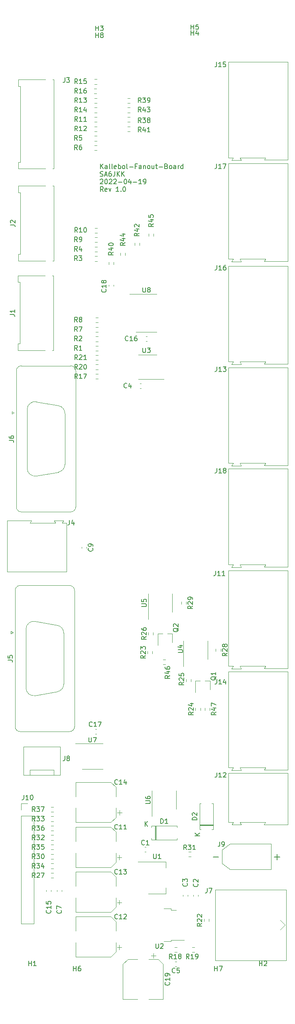
<source format=gbr>
%TF.GenerationSoftware,KiCad,Pcbnew,(6.0.0)*%
%TF.CreationDate,2022-04-21T19:53:10+02:00*%
%TF.ProjectId,KallebolFanoutBoard,4b616c6c-6562-46f6-9c46-616e6f757442,rev?*%
%TF.SameCoordinates,Original*%
%TF.FileFunction,Legend,Top*%
%TF.FilePolarity,Positive*%
%FSLAX46Y46*%
G04 Gerber Fmt 4.6, Leading zero omitted, Abs format (unit mm)*
G04 Created by KiCad (PCBNEW (6.0.0)) date 2022-04-21 19:53:10*
%MOMM*%
%LPD*%
G01*
G04 APERTURE LIST*
%ADD10C,0.150000*%
%ADD11C,0.120000*%
G04 APERTURE END LIST*
D10*
X102735595Y-59237380D02*
X102735595Y-58237380D01*
X103307023Y-59237380D02*
X102878452Y-58665952D01*
X103307023Y-58237380D02*
X102735595Y-58808809D01*
X104164166Y-59237380D02*
X104164166Y-58713571D01*
X104116547Y-58618333D01*
X104021309Y-58570714D01*
X103830833Y-58570714D01*
X103735595Y-58618333D01*
X104164166Y-59189761D02*
X104068928Y-59237380D01*
X103830833Y-59237380D01*
X103735595Y-59189761D01*
X103687976Y-59094523D01*
X103687976Y-58999285D01*
X103735595Y-58904047D01*
X103830833Y-58856428D01*
X104068928Y-58856428D01*
X104164166Y-58808809D01*
X104783214Y-59237380D02*
X104687976Y-59189761D01*
X104640357Y-59094523D01*
X104640357Y-58237380D01*
X105307023Y-59237380D02*
X105211785Y-59189761D01*
X105164166Y-59094523D01*
X105164166Y-58237380D01*
X106068928Y-59189761D02*
X105973690Y-59237380D01*
X105783214Y-59237380D01*
X105687976Y-59189761D01*
X105640357Y-59094523D01*
X105640357Y-58713571D01*
X105687976Y-58618333D01*
X105783214Y-58570714D01*
X105973690Y-58570714D01*
X106068928Y-58618333D01*
X106116547Y-58713571D01*
X106116547Y-58808809D01*
X105640357Y-58904047D01*
X106545119Y-59237380D02*
X106545119Y-58237380D01*
X106545119Y-58618333D02*
X106640357Y-58570714D01*
X106830833Y-58570714D01*
X106926071Y-58618333D01*
X106973690Y-58665952D01*
X107021309Y-58761190D01*
X107021309Y-59046904D01*
X106973690Y-59142142D01*
X106926071Y-59189761D01*
X106830833Y-59237380D01*
X106640357Y-59237380D01*
X106545119Y-59189761D01*
X107592738Y-59237380D02*
X107497500Y-59189761D01*
X107449880Y-59142142D01*
X107402261Y-59046904D01*
X107402261Y-58761190D01*
X107449880Y-58665952D01*
X107497500Y-58618333D01*
X107592738Y-58570714D01*
X107735595Y-58570714D01*
X107830833Y-58618333D01*
X107878452Y-58665952D01*
X107926071Y-58761190D01*
X107926071Y-59046904D01*
X107878452Y-59142142D01*
X107830833Y-59189761D01*
X107735595Y-59237380D01*
X107592738Y-59237380D01*
X108497500Y-59237380D02*
X108402261Y-59189761D01*
X108354642Y-59094523D01*
X108354642Y-58237380D01*
X108878452Y-58856428D02*
X109640357Y-58856428D01*
X110449880Y-58713571D02*
X110116547Y-58713571D01*
X110116547Y-59237380D02*
X110116547Y-58237380D01*
X110592738Y-58237380D01*
X111402261Y-59237380D02*
X111402261Y-58713571D01*
X111354642Y-58618333D01*
X111259404Y-58570714D01*
X111068928Y-58570714D01*
X110973690Y-58618333D01*
X111402261Y-59189761D02*
X111307023Y-59237380D01*
X111068928Y-59237380D01*
X110973690Y-59189761D01*
X110926071Y-59094523D01*
X110926071Y-58999285D01*
X110973690Y-58904047D01*
X111068928Y-58856428D01*
X111307023Y-58856428D01*
X111402261Y-58808809D01*
X111878452Y-58570714D02*
X111878452Y-59237380D01*
X111878452Y-58665952D02*
X111926071Y-58618333D01*
X112021309Y-58570714D01*
X112164166Y-58570714D01*
X112259404Y-58618333D01*
X112307023Y-58713571D01*
X112307023Y-59237380D01*
X112926071Y-59237380D02*
X112830833Y-59189761D01*
X112783214Y-59142142D01*
X112735595Y-59046904D01*
X112735595Y-58761190D01*
X112783214Y-58665952D01*
X112830833Y-58618333D01*
X112926071Y-58570714D01*
X113068928Y-58570714D01*
X113164166Y-58618333D01*
X113211785Y-58665952D01*
X113259404Y-58761190D01*
X113259404Y-59046904D01*
X113211785Y-59142142D01*
X113164166Y-59189761D01*
X113068928Y-59237380D01*
X112926071Y-59237380D01*
X114116547Y-58570714D02*
X114116547Y-59237380D01*
X113687976Y-58570714D02*
X113687976Y-59094523D01*
X113735595Y-59189761D01*
X113830833Y-59237380D01*
X113973690Y-59237380D01*
X114068928Y-59189761D01*
X114116547Y-59142142D01*
X114449880Y-58570714D02*
X114830833Y-58570714D01*
X114592738Y-58237380D02*
X114592738Y-59094523D01*
X114640357Y-59189761D01*
X114735595Y-59237380D01*
X114830833Y-59237380D01*
X115164166Y-58856428D02*
X115926071Y-58856428D01*
X116735595Y-58713571D02*
X116878452Y-58761190D01*
X116926071Y-58808809D01*
X116973690Y-58904047D01*
X116973690Y-59046904D01*
X116926071Y-59142142D01*
X116878452Y-59189761D01*
X116783214Y-59237380D01*
X116402261Y-59237380D01*
X116402261Y-58237380D01*
X116735595Y-58237380D01*
X116830833Y-58285000D01*
X116878452Y-58332619D01*
X116926071Y-58427857D01*
X116926071Y-58523095D01*
X116878452Y-58618333D01*
X116830833Y-58665952D01*
X116735595Y-58713571D01*
X116402261Y-58713571D01*
X117545119Y-59237380D02*
X117449880Y-59189761D01*
X117402261Y-59142142D01*
X117354642Y-59046904D01*
X117354642Y-58761190D01*
X117402261Y-58665952D01*
X117449880Y-58618333D01*
X117545119Y-58570714D01*
X117687976Y-58570714D01*
X117783214Y-58618333D01*
X117830833Y-58665952D01*
X117878452Y-58761190D01*
X117878452Y-59046904D01*
X117830833Y-59142142D01*
X117783214Y-59189761D01*
X117687976Y-59237380D01*
X117545119Y-59237380D01*
X118735595Y-59237380D02*
X118735595Y-58713571D01*
X118687976Y-58618333D01*
X118592738Y-58570714D01*
X118402261Y-58570714D01*
X118307023Y-58618333D01*
X118735595Y-59189761D02*
X118640357Y-59237380D01*
X118402261Y-59237380D01*
X118307023Y-59189761D01*
X118259404Y-59094523D01*
X118259404Y-58999285D01*
X118307023Y-58904047D01*
X118402261Y-58856428D01*
X118640357Y-58856428D01*
X118735595Y-58808809D01*
X119211785Y-59237380D02*
X119211785Y-58570714D01*
X119211785Y-58761190D02*
X119259404Y-58665952D01*
X119307023Y-58618333D01*
X119402261Y-58570714D01*
X119497500Y-58570714D01*
X120259404Y-59237380D02*
X120259404Y-58237380D01*
X120259404Y-59189761D02*
X120164166Y-59237380D01*
X119973690Y-59237380D01*
X119878452Y-59189761D01*
X119830833Y-59142142D01*
X119783214Y-59046904D01*
X119783214Y-58761190D01*
X119830833Y-58665952D01*
X119878452Y-58618333D01*
X119973690Y-58570714D01*
X120164166Y-58570714D01*
X120259404Y-58618333D01*
X102687976Y-60799761D02*
X102830833Y-60847380D01*
X103068928Y-60847380D01*
X103164166Y-60799761D01*
X103211785Y-60752142D01*
X103259404Y-60656904D01*
X103259404Y-60561666D01*
X103211785Y-60466428D01*
X103164166Y-60418809D01*
X103068928Y-60371190D01*
X102878452Y-60323571D01*
X102783214Y-60275952D01*
X102735595Y-60228333D01*
X102687976Y-60133095D01*
X102687976Y-60037857D01*
X102735595Y-59942619D01*
X102783214Y-59895000D01*
X102878452Y-59847380D01*
X103116547Y-59847380D01*
X103259404Y-59895000D01*
X103640357Y-60561666D02*
X104116547Y-60561666D01*
X103545119Y-60847380D02*
X103878452Y-59847380D01*
X104211785Y-60847380D01*
X104973690Y-59847380D02*
X104783214Y-59847380D01*
X104687976Y-59895000D01*
X104640357Y-59942619D01*
X104545119Y-60085476D01*
X104497500Y-60275952D01*
X104497500Y-60656904D01*
X104545119Y-60752142D01*
X104592738Y-60799761D01*
X104687976Y-60847380D01*
X104878452Y-60847380D01*
X104973690Y-60799761D01*
X105021309Y-60752142D01*
X105068928Y-60656904D01*
X105068928Y-60418809D01*
X105021309Y-60323571D01*
X104973690Y-60275952D01*
X104878452Y-60228333D01*
X104687976Y-60228333D01*
X104592738Y-60275952D01*
X104545119Y-60323571D01*
X104497500Y-60418809D01*
X105783214Y-59847380D02*
X105783214Y-60561666D01*
X105735595Y-60704523D01*
X105640357Y-60799761D01*
X105497500Y-60847380D01*
X105402261Y-60847380D01*
X106259404Y-60847380D02*
X106259404Y-59847380D01*
X106830833Y-60847380D02*
X106402261Y-60275952D01*
X106830833Y-59847380D02*
X106259404Y-60418809D01*
X107259404Y-60847380D02*
X107259404Y-59847380D01*
X107830833Y-60847380D02*
X107402261Y-60275952D01*
X107830833Y-59847380D02*
X107259404Y-60418809D01*
X102687976Y-61552619D02*
X102735595Y-61505000D01*
X102830833Y-61457380D01*
X103068928Y-61457380D01*
X103164166Y-61505000D01*
X103211785Y-61552619D01*
X103259404Y-61647857D01*
X103259404Y-61743095D01*
X103211785Y-61885952D01*
X102640357Y-62457380D01*
X103259404Y-62457380D01*
X103878452Y-61457380D02*
X103973690Y-61457380D01*
X104068928Y-61505000D01*
X104116547Y-61552619D01*
X104164166Y-61647857D01*
X104211785Y-61838333D01*
X104211785Y-62076428D01*
X104164166Y-62266904D01*
X104116547Y-62362142D01*
X104068928Y-62409761D01*
X103973690Y-62457380D01*
X103878452Y-62457380D01*
X103783214Y-62409761D01*
X103735595Y-62362142D01*
X103687976Y-62266904D01*
X103640357Y-62076428D01*
X103640357Y-61838333D01*
X103687976Y-61647857D01*
X103735595Y-61552619D01*
X103783214Y-61505000D01*
X103878452Y-61457380D01*
X104592738Y-61552619D02*
X104640357Y-61505000D01*
X104735595Y-61457380D01*
X104973690Y-61457380D01*
X105068928Y-61505000D01*
X105116547Y-61552619D01*
X105164166Y-61647857D01*
X105164166Y-61743095D01*
X105116547Y-61885952D01*
X104545119Y-62457380D01*
X105164166Y-62457380D01*
X105545119Y-61552619D02*
X105592738Y-61505000D01*
X105687976Y-61457380D01*
X105926071Y-61457380D01*
X106021309Y-61505000D01*
X106068928Y-61552619D01*
X106116547Y-61647857D01*
X106116547Y-61743095D01*
X106068928Y-61885952D01*
X105497500Y-62457380D01*
X106116547Y-62457380D01*
X106545119Y-62076428D02*
X107307023Y-62076428D01*
X107973690Y-61457380D02*
X108068928Y-61457380D01*
X108164166Y-61505000D01*
X108211785Y-61552619D01*
X108259404Y-61647857D01*
X108307023Y-61838333D01*
X108307023Y-62076428D01*
X108259404Y-62266904D01*
X108211785Y-62362142D01*
X108164166Y-62409761D01*
X108068928Y-62457380D01*
X107973690Y-62457380D01*
X107878452Y-62409761D01*
X107830833Y-62362142D01*
X107783214Y-62266904D01*
X107735595Y-62076428D01*
X107735595Y-61838333D01*
X107783214Y-61647857D01*
X107830833Y-61552619D01*
X107878452Y-61505000D01*
X107973690Y-61457380D01*
X109164166Y-61790714D02*
X109164166Y-62457380D01*
X108926071Y-61409761D02*
X108687976Y-62124047D01*
X109307023Y-62124047D01*
X109687976Y-62076428D02*
X110449880Y-62076428D01*
X111449880Y-62457380D02*
X110878452Y-62457380D01*
X111164166Y-62457380D02*
X111164166Y-61457380D01*
X111068928Y-61600238D01*
X110973690Y-61695476D01*
X110878452Y-61743095D01*
X111926071Y-62457380D02*
X112116547Y-62457380D01*
X112211785Y-62409761D01*
X112259404Y-62362142D01*
X112354642Y-62219285D01*
X112402261Y-62028809D01*
X112402261Y-61647857D01*
X112354642Y-61552619D01*
X112307023Y-61505000D01*
X112211785Y-61457380D01*
X112021309Y-61457380D01*
X111926071Y-61505000D01*
X111878452Y-61552619D01*
X111830833Y-61647857D01*
X111830833Y-61885952D01*
X111878452Y-61981190D01*
X111926071Y-62028809D01*
X112021309Y-62076428D01*
X112211785Y-62076428D01*
X112307023Y-62028809D01*
X112354642Y-61981190D01*
X112402261Y-61885952D01*
X103307023Y-64067380D02*
X102973690Y-63591190D01*
X102735595Y-64067380D02*
X102735595Y-63067380D01*
X103116547Y-63067380D01*
X103211785Y-63115000D01*
X103259404Y-63162619D01*
X103307023Y-63257857D01*
X103307023Y-63400714D01*
X103259404Y-63495952D01*
X103211785Y-63543571D01*
X103116547Y-63591190D01*
X102735595Y-63591190D01*
X104116547Y-64019761D02*
X104021309Y-64067380D01*
X103830833Y-64067380D01*
X103735595Y-64019761D01*
X103687976Y-63924523D01*
X103687976Y-63543571D01*
X103735595Y-63448333D01*
X103830833Y-63400714D01*
X104021309Y-63400714D01*
X104116547Y-63448333D01*
X104164166Y-63543571D01*
X104164166Y-63638809D01*
X103687976Y-63734047D01*
X104497500Y-63400714D02*
X104735595Y-64067380D01*
X104973690Y-63400714D01*
X106640357Y-64067380D02*
X106068928Y-64067380D01*
X106354642Y-64067380D02*
X106354642Y-63067380D01*
X106259404Y-63210238D01*
X106164166Y-63305476D01*
X106068928Y-63353095D01*
X107068928Y-63972142D02*
X107116547Y-64019761D01*
X107068928Y-64067380D01*
X107021309Y-64019761D01*
X107068928Y-63972142D01*
X107068928Y-64067380D01*
X107735595Y-63067380D02*
X107830833Y-63067380D01*
X107926071Y-63115000D01*
X107973690Y-63162619D01*
X108021309Y-63257857D01*
X108068928Y-63448333D01*
X108068928Y-63686428D01*
X108021309Y-63876904D01*
X107973690Y-63972142D01*
X107926071Y-64019761D01*
X107830833Y-64067380D01*
X107735595Y-64067380D01*
X107640357Y-64019761D01*
X107592738Y-63972142D01*
X107545119Y-63876904D01*
X107497500Y-63686428D01*
X107497500Y-63448333D01*
X107545119Y-63257857D01*
X107592738Y-63162619D01*
X107640357Y-63115000D01*
X107735595Y-63067380D01*
%TO.C,R11*%
X97857142Y-49202380D02*
X97523809Y-48726190D01*
X97285714Y-49202380D02*
X97285714Y-48202380D01*
X97666666Y-48202380D01*
X97761904Y-48250000D01*
X97809523Y-48297619D01*
X97857142Y-48392857D01*
X97857142Y-48535714D01*
X97809523Y-48630952D01*
X97761904Y-48678571D01*
X97666666Y-48726190D01*
X97285714Y-48726190D01*
X98809523Y-49202380D02*
X98238095Y-49202380D01*
X98523809Y-49202380D02*
X98523809Y-48202380D01*
X98428571Y-48345238D01*
X98333333Y-48440476D01*
X98238095Y-48488095D01*
X99761904Y-49202380D02*
X99190476Y-49202380D01*
X99476190Y-49202380D02*
X99476190Y-48202380D01*
X99380952Y-48345238D01*
X99285714Y-48440476D01*
X99190476Y-48488095D01*
%TO.C,R41*%
X111357142Y-51452380D02*
X111023809Y-50976190D01*
X110785714Y-51452380D02*
X110785714Y-50452380D01*
X111166666Y-50452380D01*
X111261904Y-50500000D01*
X111309523Y-50547619D01*
X111357142Y-50642857D01*
X111357142Y-50785714D01*
X111309523Y-50880952D01*
X111261904Y-50928571D01*
X111166666Y-50976190D01*
X110785714Y-50976190D01*
X112214285Y-50785714D02*
X112214285Y-51452380D01*
X111976190Y-50404761D02*
X111738095Y-51119047D01*
X112357142Y-51119047D01*
X113261904Y-51452380D02*
X112690476Y-51452380D01*
X112976190Y-51452380D02*
X112976190Y-50452380D01*
X112880952Y-50595238D01*
X112785714Y-50690476D01*
X112690476Y-50738095D01*
%TO.C,J4*%
X96166666Y-133702380D02*
X96166666Y-134416666D01*
X96119047Y-134559523D01*
X96023809Y-134654761D01*
X95880952Y-134702380D01*
X95785714Y-134702380D01*
X97071428Y-134035714D02*
X97071428Y-134702380D01*
X96833333Y-133654761D02*
X96595238Y-134369047D01*
X97214285Y-134369047D01*
%TO.C,R44*%
X107952380Y-74892857D02*
X107476190Y-75226190D01*
X107952380Y-75464285D02*
X106952380Y-75464285D01*
X106952380Y-75083333D01*
X107000000Y-74988095D01*
X107047619Y-74940476D01*
X107142857Y-74892857D01*
X107285714Y-74892857D01*
X107380952Y-74940476D01*
X107428571Y-74988095D01*
X107476190Y-75083333D01*
X107476190Y-75464285D01*
X107285714Y-74035714D02*
X107952380Y-74035714D01*
X106904761Y-74273809D02*
X107619047Y-74511904D01*
X107619047Y-73892857D01*
X107285714Y-73083333D02*
X107952380Y-73083333D01*
X106904761Y-73321428D02*
X107619047Y-73559523D01*
X107619047Y-72940476D01*
%TO.C,R29*%
X122307380Y-151902857D02*
X121831190Y-152236190D01*
X122307380Y-152474285D02*
X121307380Y-152474285D01*
X121307380Y-152093333D01*
X121355000Y-151998095D01*
X121402619Y-151950476D01*
X121497857Y-151902857D01*
X121640714Y-151902857D01*
X121735952Y-151950476D01*
X121783571Y-151998095D01*
X121831190Y-152093333D01*
X121831190Y-152474285D01*
X121402619Y-151521904D02*
X121355000Y-151474285D01*
X121307380Y-151379047D01*
X121307380Y-151140952D01*
X121355000Y-151045714D01*
X121402619Y-150998095D01*
X121497857Y-150950476D01*
X121593095Y-150950476D01*
X121735952Y-150998095D01*
X122307380Y-151569523D01*
X122307380Y-150950476D01*
X122307380Y-150474285D02*
X122307380Y-150283809D01*
X122259761Y-150188571D01*
X122212142Y-150140952D01*
X122069285Y-150045714D01*
X121878809Y-149998095D01*
X121497857Y-149998095D01*
X121402619Y-150045714D01*
X121355000Y-150093333D01*
X121307380Y-150188571D01*
X121307380Y-150379047D01*
X121355000Y-150474285D01*
X121402619Y-150521904D01*
X121497857Y-150569523D01*
X121735952Y-150569523D01*
X121831190Y-150521904D01*
X121878809Y-150474285D01*
X121926428Y-150379047D01*
X121926428Y-150188571D01*
X121878809Y-150093333D01*
X121831190Y-150045714D01*
X121735952Y-149998095D01*
%TO.C,C17*%
X100960875Y-177357142D02*
X100913256Y-177404761D01*
X100770399Y-177452380D01*
X100675161Y-177452380D01*
X100532304Y-177404761D01*
X100437066Y-177309523D01*
X100389447Y-177214285D01*
X100341828Y-177023809D01*
X100341828Y-176880952D01*
X100389447Y-176690476D01*
X100437066Y-176595238D01*
X100532304Y-176500000D01*
X100675161Y-176452380D01*
X100770399Y-176452380D01*
X100913256Y-176500000D01*
X100960875Y-176547619D01*
X101913256Y-177452380D02*
X101341828Y-177452380D01*
X101627542Y-177452380D02*
X101627542Y-176452380D01*
X101532304Y-176595238D01*
X101437066Y-176690476D01*
X101341828Y-176738095D01*
X102246590Y-176452380D02*
X102913256Y-176452380D01*
X102484685Y-177452380D01*
%TO.C,R16*%
X97857142Y-43202380D02*
X97523809Y-42726190D01*
X97285714Y-43202380D02*
X97285714Y-42202380D01*
X97666666Y-42202380D01*
X97761904Y-42250000D01*
X97809523Y-42297619D01*
X97857142Y-42392857D01*
X97857142Y-42535714D01*
X97809523Y-42630952D01*
X97761904Y-42678571D01*
X97666666Y-42726190D01*
X97285714Y-42726190D01*
X98809523Y-43202380D02*
X98238095Y-43202380D01*
X98523809Y-43202380D02*
X98523809Y-42202380D01*
X98428571Y-42345238D01*
X98333333Y-42440476D01*
X98238095Y-42488095D01*
X99666666Y-42202380D02*
X99476190Y-42202380D01*
X99380952Y-42250000D01*
X99333333Y-42297619D01*
X99238095Y-42440476D01*
X99190476Y-42630952D01*
X99190476Y-43011904D01*
X99238095Y-43107142D01*
X99285714Y-43154761D01*
X99380952Y-43202380D01*
X99571428Y-43202380D01*
X99666666Y-43154761D01*
X99714285Y-43107142D01*
X99761904Y-43011904D01*
X99761904Y-42773809D01*
X99714285Y-42678571D01*
X99666666Y-42630952D01*
X99571428Y-42583333D01*
X99380952Y-42583333D01*
X99285714Y-42630952D01*
X99238095Y-42678571D01*
X99190476Y-42773809D01*
%TO.C,R19*%
X121557142Y-226652380D02*
X121223809Y-226176190D01*
X120985714Y-226652380D02*
X120985714Y-225652380D01*
X121366666Y-225652380D01*
X121461904Y-225700000D01*
X121509523Y-225747619D01*
X121557142Y-225842857D01*
X121557142Y-225985714D01*
X121509523Y-226080952D01*
X121461904Y-226128571D01*
X121366666Y-226176190D01*
X120985714Y-226176190D01*
X122509523Y-226652380D02*
X121938095Y-226652380D01*
X122223809Y-226652380D02*
X122223809Y-225652380D01*
X122128571Y-225795238D01*
X122033333Y-225890476D01*
X121938095Y-225938095D01*
X122985714Y-226652380D02*
X123176190Y-226652380D01*
X123271428Y-226604761D01*
X123319047Y-226557142D01*
X123414285Y-226414285D01*
X123461904Y-226223809D01*
X123461904Y-225842857D01*
X123414285Y-225747619D01*
X123366666Y-225700000D01*
X123271428Y-225652380D01*
X123080952Y-225652380D01*
X122985714Y-225700000D01*
X122938095Y-225747619D01*
X122890476Y-225842857D01*
X122890476Y-226080952D01*
X122938095Y-226176190D01*
X122985714Y-226223809D01*
X123080952Y-226271428D01*
X123271428Y-226271428D01*
X123366666Y-226223809D01*
X123414285Y-226176190D01*
X123461904Y-226080952D01*
%TO.C,R7*%
X97833333Y-93702380D02*
X97500000Y-93226190D01*
X97261904Y-93702380D02*
X97261904Y-92702380D01*
X97642857Y-92702380D01*
X97738095Y-92750000D01*
X97785714Y-92797619D01*
X97833333Y-92892857D01*
X97833333Y-93035714D01*
X97785714Y-93130952D01*
X97738095Y-93178571D01*
X97642857Y-93226190D01*
X97261904Y-93226190D01*
X98166666Y-92702380D02*
X98833333Y-92702380D01*
X98404761Y-93702380D01*
%TO.C,R40*%
X105452380Y-76892857D02*
X104976190Y-77226190D01*
X105452380Y-77464285D02*
X104452380Y-77464285D01*
X104452380Y-77083333D01*
X104500000Y-76988095D01*
X104547619Y-76940476D01*
X104642857Y-76892857D01*
X104785714Y-76892857D01*
X104880952Y-76940476D01*
X104928571Y-76988095D01*
X104976190Y-77083333D01*
X104976190Y-77464285D01*
X104785714Y-76035714D02*
X105452380Y-76035714D01*
X104404761Y-76273809D02*
X105119047Y-76511904D01*
X105119047Y-75892857D01*
X104452380Y-75321428D02*
X104452380Y-75226190D01*
X104500000Y-75130952D01*
X104547619Y-75083333D01*
X104642857Y-75035714D01*
X104833333Y-74988095D01*
X105071428Y-74988095D01*
X105261904Y-75035714D01*
X105357142Y-75083333D01*
X105404761Y-75130952D01*
X105452380Y-75226190D01*
X105452380Y-75321428D01*
X105404761Y-75416666D01*
X105357142Y-75464285D01*
X105261904Y-75511904D01*
X105071428Y-75559523D01*
X104833333Y-75559523D01*
X104642857Y-75511904D01*
X104547619Y-75464285D01*
X104500000Y-75416666D01*
X104452380Y-75321428D01*
%TO.C,U6*%
X112302380Y-193761904D02*
X113111904Y-193761904D01*
X113207142Y-193714285D01*
X113254761Y-193666666D01*
X113302380Y-193571428D01*
X113302380Y-193380952D01*
X113254761Y-193285714D01*
X113207142Y-193238095D01*
X113111904Y-193190476D01*
X112302380Y-193190476D01*
X112302380Y-192285714D02*
X112302380Y-192476190D01*
X112350000Y-192571428D01*
X112397619Y-192619047D01*
X112540476Y-192714285D01*
X112730952Y-192761904D01*
X113111904Y-192761904D01*
X113207142Y-192714285D01*
X113254761Y-192666666D01*
X113302380Y-192571428D01*
X113302380Y-192380952D01*
X113254761Y-192285714D01*
X113207142Y-192238095D01*
X113111904Y-192190476D01*
X112873809Y-192190476D01*
X112778571Y-192238095D01*
X112730952Y-192285714D01*
X112683333Y-192380952D01*
X112683333Y-192571428D01*
X112730952Y-192666666D01*
X112778571Y-192714285D01*
X112873809Y-192761904D01*
%TO.C,J15*%
X127390476Y-36652380D02*
X127390476Y-37366666D01*
X127342857Y-37509523D01*
X127247619Y-37604761D01*
X127104761Y-37652380D01*
X127009523Y-37652380D01*
X128390476Y-37652380D02*
X127819047Y-37652380D01*
X128104761Y-37652380D02*
X128104761Y-36652380D01*
X128009523Y-36795238D01*
X127914285Y-36890476D01*
X127819047Y-36938095D01*
X129295238Y-36652380D02*
X128819047Y-36652380D01*
X128771428Y-37128571D01*
X128819047Y-37080952D01*
X128914285Y-37033333D01*
X129152380Y-37033333D01*
X129247619Y-37080952D01*
X129295238Y-37128571D01*
X129342857Y-37223809D01*
X129342857Y-37461904D01*
X129295238Y-37557142D01*
X129247619Y-37604761D01*
X129152380Y-37652380D01*
X128914285Y-37652380D01*
X128819047Y-37604761D01*
X128771428Y-37557142D01*
%TO.C,R14*%
X97857142Y-47202380D02*
X97523809Y-46726190D01*
X97285714Y-47202380D02*
X97285714Y-46202380D01*
X97666666Y-46202380D01*
X97761904Y-46250000D01*
X97809523Y-46297619D01*
X97857142Y-46392857D01*
X97857142Y-46535714D01*
X97809523Y-46630952D01*
X97761904Y-46678571D01*
X97666666Y-46726190D01*
X97285714Y-46726190D01*
X98809523Y-47202380D02*
X98238095Y-47202380D01*
X98523809Y-47202380D02*
X98523809Y-46202380D01*
X98428571Y-46345238D01*
X98333333Y-46440476D01*
X98238095Y-46488095D01*
X99666666Y-46535714D02*
X99666666Y-47202380D01*
X99428571Y-46154761D02*
X99190476Y-46869047D01*
X99809523Y-46869047D01*
%TO.C,C12*%
X106357142Y-218107142D02*
X106309523Y-218154761D01*
X106166666Y-218202380D01*
X106071428Y-218202380D01*
X105928571Y-218154761D01*
X105833333Y-218059523D01*
X105785714Y-217964285D01*
X105738095Y-217773809D01*
X105738095Y-217630952D01*
X105785714Y-217440476D01*
X105833333Y-217345238D01*
X105928571Y-217250000D01*
X106071428Y-217202380D01*
X106166666Y-217202380D01*
X106309523Y-217250000D01*
X106357142Y-217297619D01*
X107309523Y-218202380D02*
X106738095Y-218202380D01*
X107023809Y-218202380D02*
X107023809Y-217202380D01*
X106928571Y-217345238D01*
X106833333Y-217440476D01*
X106738095Y-217488095D01*
X107690476Y-217297619D02*
X107738095Y-217250000D01*
X107833333Y-217202380D01*
X108071428Y-217202380D01*
X108166666Y-217250000D01*
X108214285Y-217297619D01*
X108261904Y-217392857D01*
X108261904Y-217488095D01*
X108214285Y-217630952D01*
X107642857Y-218202380D01*
X108261904Y-218202380D01*
%TO.C,U5*%
X111477380Y-152021904D02*
X112286904Y-152021904D01*
X112382142Y-151974285D01*
X112429761Y-151926666D01*
X112477380Y-151831428D01*
X112477380Y-151640952D01*
X112429761Y-151545714D01*
X112382142Y-151498095D01*
X112286904Y-151450476D01*
X111477380Y-151450476D01*
X111477380Y-150498095D02*
X111477380Y-150974285D01*
X111953571Y-151021904D01*
X111905952Y-150974285D01*
X111858333Y-150879047D01*
X111858333Y-150640952D01*
X111905952Y-150545714D01*
X111953571Y-150498095D01*
X112048809Y-150450476D01*
X112286904Y-150450476D01*
X112382142Y-150498095D01*
X112429761Y-150545714D01*
X112477380Y-150640952D01*
X112477380Y-150879047D01*
X112429761Y-150974285D01*
X112382142Y-151021904D01*
%TO.C,J16*%
X127440476Y-79702380D02*
X127440476Y-80416666D01*
X127392857Y-80559523D01*
X127297619Y-80654761D01*
X127154761Y-80702380D01*
X127059523Y-80702380D01*
X128440476Y-80702380D02*
X127869047Y-80702380D01*
X128154761Y-80702380D02*
X128154761Y-79702380D01*
X128059523Y-79845238D01*
X127964285Y-79940476D01*
X127869047Y-79988095D01*
X129297619Y-79702380D02*
X129107142Y-79702380D01*
X129011904Y-79750000D01*
X128964285Y-79797619D01*
X128869047Y-79940476D01*
X128821428Y-80130952D01*
X128821428Y-80511904D01*
X128869047Y-80607142D01*
X128916666Y-80654761D01*
X129011904Y-80702380D01*
X129202380Y-80702380D01*
X129297619Y-80654761D01*
X129345238Y-80607142D01*
X129392857Y-80511904D01*
X129392857Y-80273809D01*
X129345238Y-80178571D01*
X129297619Y-80130952D01*
X129202380Y-80083333D01*
X129011904Y-80083333D01*
X128916666Y-80130952D01*
X128869047Y-80178571D01*
X128821428Y-80273809D01*
%TO.C,C13*%
X106357142Y-208607142D02*
X106309523Y-208654761D01*
X106166666Y-208702380D01*
X106071428Y-208702380D01*
X105928571Y-208654761D01*
X105833333Y-208559523D01*
X105785714Y-208464285D01*
X105738095Y-208273809D01*
X105738095Y-208130952D01*
X105785714Y-207940476D01*
X105833333Y-207845238D01*
X105928571Y-207750000D01*
X106071428Y-207702380D01*
X106166666Y-207702380D01*
X106309523Y-207750000D01*
X106357142Y-207797619D01*
X107309523Y-208702380D02*
X106738095Y-208702380D01*
X107023809Y-208702380D02*
X107023809Y-207702380D01*
X106928571Y-207845238D01*
X106833333Y-207940476D01*
X106738095Y-207988095D01*
X107642857Y-207702380D02*
X108261904Y-207702380D01*
X107928571Y-208083333D01*
X108071428Y-208083333D01*
X108166666Y-208130952D01*
X108214285Y-208178571D01*
X108261904Y-208273809D01*
X108261904Y-208511904D01*
X108214285Y-208607142D01*
X108166666Y-208654761D01*
X108071428Y-208702380D01*
X107785714Y-208702380D01*
X107690476Y-208654761D01*
X107642857Y-208607142D01*
%TO.C,U2*%
X114488095Y-223452380D02*
X114488095Y-224261904D01*
X114535714Y-224357142D01*
X114583333Y-224404761D01*
X114678571Y-224452380D01*
X114869047Y-224452380D01*
X114964285Y-224404761D01*
X115011904Y-224357142D01*
X115059523Y-224261904D01*
X115059523Y-223452380D01*
X115488095Y-223547619D02*
X115535714Y-223500000D01*
X115630952Y-223452380D01*
X115869047Y-223452380D01*
X115964285Y-223500000D01*
X116011904Y-223547619D01*
X116059523Y-223642857D01*
X116059523Y-223738095D01*
X116011904Y-223880952D01*
X115440476Y-224452380D01*
X116059523Y-224452380D01*
%TO.C,R28*%
X129632380Y-161892857D02*
X129156190Y-162226190D01*
X129632380Y-162464285D02*
X128632380Y-162464285D01*
X128632380Y-162083333D01*
X128680000Y-161988095D01*
X128727619Y-161940476D01*
X128822857Y-161892857D01*
X128965714Y-161892857D01*
X129060952Y-161940476D01*
X129108571Y-161988095D01*
X129156190Y-162083333D01*
X129156190Y-162464285D01*
X128727619Y-161511904D02*
X128680000Y-161464285D01*
X128632380Y-161369047D01*
X128632380Y-161130952D01*
X128680000Y-161035714D01*
X128727619Y-160988095D01*
X128822857Y-160940476D01*
X128918095Y-160940476D01*
X129060952Y-160988095D01*
X129632380Y-161559523D01*
X129632380Y-160940476D01*
X129060952Y-160369047D02*
X129013333Y-160464285D01*
X128965714Y-160511904D01*
X128870476Y-160559523D01*
X128822857Y-160559523D01*
X128727619Y-160511904D01*
X128680000Y-160464285D01*
X128632380Y-160369047D01*
X128632380Y-160178571D01*
X128680000Y-160083333D01*
X128727619Y-160035714D01*
X128822857Y-159988095D01*
X128870476Y-159988095D01*
X128965714Y-160035714D01*
X129013333Y-160083333D01*
X129060952Y-160178571D01*
X129060952Y-160369047D01*
X129108571Y-160464285D01*
X129156190Y-160511904D01*
X129251428Y-160559523D01*
X129441904Y-160559523D01*
X129537142Y-160511904D01*
X129584761Y-160464285D01*
X129632380Y-160369047D01*
X129632380Y-160178571D01*
X129584761Y-160083333D01*
X129537142Y-160035714D01*
X129441904Y-159988095D01*
X129251428Y-159988095D01*
X129156190Y-160035714D01*
X129108571Y-160083333D01*
X129060952Y-160178571D01*
%TO.C,R26*%
X112452380Y-158392857D02*
X111976190Y-158726190D01*
X112452380Y-158964285D02*
X111452380Y-158964285D01*
X111452380Y-158583333D01*
X111500000Y-158488095D01*
X111547619Y-158440476D01*
X111642857Y-158392857D01*
X111785714Y-158392857D01*
X111880952Y-158440476D01*
X111928571Y-158488095D01*
X111976190Y-158583333D01*
X111976190Y-158964285D01*
X111547619Y-158011904D02*
X111500000Y-157964285D01*
X111452380Y-157869047D01*
X111452380Y-157630952D01*
X111500000Y-157535714D01*
X111547619Y-157488095D01*
X111642857Y-157440476D01*
X111738095Y-157440476D01*
X111880952Y-157488095D01*
X112452380Y-158059523D01*
X112452380Y-157440476D01*
X111452380Y-156583333D02*
X111452380Y-156773809D01*
X111500000Y-156869047D01*
X111547619Y-156916666D01*
X111690476Y-157011904D01*
X111880952Y-157059523D01*
X112261904Y-157059523D01*
X112357142Y-157011904D01*
X112404761Y-156964285D01*
X112452380Y-156869047D01*
X112452380Y-156678571D01*
X112404761Y-156583333D01*
X112357142Y-156535714D01*
X112261904Y-156488095D01*
X112023809Y-156488095D01*
X111928571Y-156535714D01*
X111880952Y-156583333D01*
X111833333Y-156678571D01*
X111833333Y-156869047D01*
X111880952Y-156964285D01*
X111928571Y-157011904D01*
X112023809Y-157059523D01*
%TO.C,R10*%
X97857142Y-72702380D02*
X97523809Y-72226190D01*
X97285714Y-72702380D02*
X97285714Y-71702380D01*
X97666666Y-71702380D01*
X97761904Y-71750000D01*
X97809523Y-71797619D01*
X97857142Y-71892857D01*
X97857142Y-72035714D01*
X97809523Y-72130952D01*
X97761904Y-72178571D01*
X97666666Y-72226190D01*
X97285714Y-72226190D01*
X98809523Y-72702380D02*
X98238095Y-72702380D01*
X98523809Y-72702380D02*
X98523809Y-71702380D01*
X98428571Y-71845238D01*
X98333333Y-71940476D01*
X98238095Y-71988095D01*
X99428571Y-71702380D02*
X99523809Y-71702380D01*
X99619047Y-71750000D01*
X99666666Y-71797619D01*
X99714285Y-71892857D01*
X99761904Y-72083333D01*
X99761904Y-72321428D01*
X99714285Y-72511904D01*
X99666666Y-72607142D01*
X99619047Y-72654761D01*
X99523809Y-72702380D01*
X99428571Y-72702380D01*
X99333333Y-72654761D01*
X99285714Y-72607142D01*
X99238095Y-72511904D01*
X99190476Y-72321428D01*
X99190476Y-72083333D01*
X99238095Y-71892857D01*
X99285714Y-71797619D01*
X99333333Y-71750000D01*
X99428571Y-71702380D01*
%TO.C,R23*%
X112272380Y-162392857D02*
X111796190Y-162726190D01*
X112272380Y-162964285D02*
X111272380Y-162964285D01*
X111272380Y-162583333D01*
X111320000Y-162488095D01*
X111367619Y-162440476D01*
X111462857Y-162392857D01*
X111605714Y-162392857D01*
X111700952Y-162440476D01*
X111748571Y-162488095D01*
X111796190Y-162583333D01*
X111796190Y-162964285D01*
X111367619Y-162011904D02*
X111320000Y-161964285D01*
X111272380Y-161869047D01*
X111272380Y-161630952D01*
X111320000Y-161535714D01*
X111367619Y-161488095D01*
X111462857Y-161440476D01*
X111558095Y-161440476D01*
X111700952Y-161488095D01*
X112272380Y-162059523D01*
X112272380Y-161440476D01*
X111272380Y-161107142D02*
X111272380Y-160488095D01*
X111653333Y-160821428D01*
X111653333Y-160678571D01*
X111700952Y-160583333D01*
X111748571Y-160535714D01*
X111843809Y-160488095D01*
X112081904Y-160488095D01*
X112177142Y-160535714D01*
X112224761Y-160583333D01*
X112272380Y-160678571D01*
X112272380Y-160964285D01*
X112224761Y-161059523D01*
X112177142Y-161107142D01*
%TO.C,H6*%
X96988095Y-229252380D02*
X96988095Y-228252380D01*
X96988095Y-228728571D02*
X97559523Y-228728571D01*
X97559523Y-229252380D02*
X97559523Y-228252380D01*
X98464285Y-228252380D02*
X98273809Y-228252380D01*
X98178571Y-228300000D01*
X98130952Y-228347619D01*
X98035714Y-228490476D01*
X97988095Y-228680952D01*
X97988095Y-229061904D01*
X98035714Y-229157142D01*
X98083333Y-229204761D01*
X98178571Y-229252380D01*
X98369047Y-229252380D01*
X98464285Y-229204761D01*
X98511904Y-229157142D01*
X98559523Y-229061904D01*
X98559523Y-228823809D01*
X98511904Y-228728571D01*
X98464285Y-228680952D01*
X98369047Y-228633333D01*
X98178571Y-228633333D01*
X98083333Y-228680952D01*
X98035714Y-228728571D01*
X97988095Y-228823809D01*
%TO.C,C7*%
X94357142Y-216416666D02*
X94404761Y-216464285D01*
X94452380Y-216607142D01*
X94452380Y-216702380D01*
X94404761Y-216845238D01*
X94309523Y-216940476D01*
X94214285Y-216988095D01*
X94023809Y-217035714D01*
X93880952Y-217035714D01*
X93690476Y-216988095D01*
X93595238Y-216940476D01*
X93500000Y-216845238D01*
X93452380Y-216702380D01*
X93452380Y-216607142D01*
X93500000Y-216464285D01*
X93547619Y-216416666D01*
X93452380Y-216083333D02*
X93452380Y-215416666D01*
X94452380Y-215845238D01*
%TO.C,R24*%
X122447380Y-174392857D02*
X121971190Y-174726190D01*
X122447380Y-174964285D02*
X121447380Y-174964285D01*
X121447380Y-174583333D01*
X121495000Y-174488095D01*
X121542619Y-174440476D01*
X121637857Y-174392857D01*
X121780714Y-174392857D01*
X121875952Y-174440476D01*
X121923571Y-174488095D01*
X121971190Y-174583333D01*
X121971190Y-174964285D01*
X121542619Y-174011904D02*
X121495000Y-173964285D01*
X121447380Y-173869047D01*
X121447380Y-173630952D01*
X121495000Y-173535714D01*
X121542619Y-173488095D01*
X121637857Y-173440476D01*
X121733095Y-173440476D01*
X121875952Y-173488095D01*
X122447380Y-174059523D01*
X122447380Y-173440476D01*
X121780714Y-172583333D02*
X122447380Y-172583333D01*
X121399761Y-172821428D02*
X122114047Y-173059523D01*
X122114047Y-172440476D01*
%TO.C,R9*%
X97833333Y-74702380D02*
X97500000Y-74226190D01*
X97261904Y-74702380D02*
X97261904Y-73702380D01*
X97642857Y-73702380D01*
X97738095Y-73750000D01*
X97785714Y-73797619D01*
X97833333Y-73892857D01*
X97833333Y-74035714D01*
X97785714Y-74130952D01*
X97738095Y-74178571D01*
X97642857Y-74226190D01*
X97261904Y-74226190D01*
X98309523Y-74702380D02*
X98500000Y-74702380D01*
X98595238Y-74654761D01*
X98642857Y-74607142D01*
X98738095Y-74464285D01*
X98785714Y-74273809D01*
X98785714Y-73892857D01*
X98738095Y-73797619D01*
X98690476Y-73750000D01*
X98595238Y-73702380D01*
X98404761Y-73702380D01*
X98309523Y-73750000D01*
X98261904Y-73797619D01*
X98214285Y-73892857D01*
X98214285Y-74130952D01*
X98261904Y-74226190D01*
X98309523Y-74273809D01*
X98404761Y-74321428D01*
X98595238Y-74321428D01*
X98690476Y-74273809D01*
X98738095Y-74226190D01*
X98785714Y-74130952D01*
%TO.C,J1*%
X83532380Y-90145980D02*
X84246666Y-90145980D01*
X84389523Y-90193599D01*
X84484761Y-90288837D01*
X84532380Y-90431694D01*
X84532380Y-90526932D01*
X84532380Y-89145980D02*
X84532380Y-89717408D01*
X84532380Y-89431694D02*
X83532380Y-89431694D01*
X83675238Y-89526932D01*
X83770476Y-89622170D01*
X83818095Y-89717408D01*
%TO.C,C5*%
X118583333Y-229557142D02*
X118535714Y-229604761D01*
X118392857Y-229652380D01*
X118297619Y-229652380D01*
X118154761Y-229604761D01*
X118059523Y-229509523D01*
X118011904Y-229414285D01*
X117964285Y-229223809D01*
X117964285Y-229080952D01*
X118011904Y-228890476D01*
X118059523Y-228795238D01*
X118154761Y-228700000D01*
X118297619Y-228652380D01*
X118392857Y-228652380D01*
X118535714Y-228700000D01*
X118583333Y-228747619D01*
X119488095Y-228652380D02*
X119011904Y-228652380D01*
X118964285Y-229128571D01*
X119011904Y-229080952D01*
X119107142Y-229033333D01*
X119345238Y-229033333D01*
X119440476Y-229080952D01*
X119488095Y-229128571D01*
X119535714Y-229223809D01*
X119535714Y-229461904D01*
X119488095Y-229557142D01*
X119440476Y-229604761D01*
X119345238Y-229652380D01*
X119107142Y-229652380D01*
X119011904Y-229604761D01*
X118964285Y-229557142D01*
%TO.C,R31*%
X121019642Y-203522380D02*
X120686309Y-203046190D01*
X120448214Y-203522380D02*
X120448214Y-202522380D01*
X120829166Y-202522380D01*
X120924404Y-202570000D01*
X120972023Y-202617619D01*
X121019642Y-202712857D01*
X121019642Y-202855714D01*
X120972023Y-202950952D01*
X120924404Y-202998571D01*
X120829166Y-203046190D01*
X120448214Y-203046190D01*
X121352976Y-202522380D02*
X121972023Y-202522380D01*
X121638690Y-202903333D01*
X121781547Y-202903333D01*
X121876785Y-202950952D01*
X121924404Y-202998571D01*
X121972023Y-203093809D01*
X121972023Y-203331904D01*
X121924404Y-203427142D01*
X121876785Y-203474761D01*
X121781547Y-203522380D01*
X121495833Y-203522380D01*
X121400595Y-203474761D01*
X121352976Y-203427142D01*
X122924404Y-203522380D02*
X122352976Y-203522380D01*
X122638690Y-203522380D02*
X122638690Y-202522380D01*
X122543452Y-202665238D01*
X122448214Y-202760476D01*
X122352976Y-202808095D01*
%TO.C,R17*%
X97857142Y-103702380D02*
X97523809Y-103226190D01*
X97285714Y-103702380D02*
X97285714Y-102702380D01*
X97666666Y-102702380D01*
X97761904Y-102750000D01*
X97809523Y-102797619D01*
X97857142Y-102892857D01*
X97857142Y-103035714D01*
X97809523Y-103130952D01*
X97761904Y-103178571D01*
X97666666Y-103226190D01*
X97285714Y-103226190D01*
X98809523Y-103702380D02*
X98238095Y-103702380D01*
X98523809Y-103702380D02*
X98523809Y-102702380D01*
X98428571Y-102845238D01*
X98333333Y-102940476D01*
X98238095Y-102988095D01*
X99142857Y-102702380D02*
X99809523Y-102702380D01*
X99380952Y-103702380D01*
%TO.C,R32*%
X88857142Y-201452380D02*
X88523809Y-200976190D01*
X88285714Y-201452380D02*
X88285714Y-200452380D01*
X88666666Y-200452380D01*
X88761904Y-200500000D01*
X88809523Y-200547619D01*
X88857142Y-200642857D01*
X88857142Y-200785714D01*
X88809523Y-200880952D01*
X88761904Y-200928571D01*
X88666666Y-200976190D01*
X88285714Y-200976190D01*
X89190476Y-200452380D02*
X89809523Y-200452380D01*
X89476190Y-200833333D01*
X89619047Y-200833333D01*
X89714285Y-200880952D01*
X89761904Y-200928571D01*
X89809523Y-201023809D01*
X89809523Y-201261904D01*
X89761904Y-201357142D01*
X89714285Y-201404761D01*
X89619047Y-201452380D01*
X89333333Y-201452380D01*
X89238095Y-201404761D01*
X89190476Y-201357142D01*
X90190476Y-200547619D02*
X90238095Y-200500000D01*
X90333333Y-200452380D01*
X90571428Y-200452380D01*
X90666666Y-200500000D01*
X90714285Y-200547619D01*
X90761904Y-200642857D01*
X90761904Y-200738095D01*
X90714285Y-200880952D01*
X90142857Y-201452380D01*
X90761904Y-201452380D01*
%TO.C,H7*%
X126988095Y-229252380D02*
X126988095Y-228252380D01*
X126988095Y-228728571D02*
X127559523Y-228728571D01*
X127559523Y-229252380D02*
X127559523Y-228252380D01*
X127940476Y-228252380D02*
X128607142Y-228252380D01*
X128178571Y-229252380D01*
%TO.C,H5*%
X121988095Y-29702380D02*
X121988095Y-28702380D01*
X121988095Y-29178571D02*
X122559523Y-29178571D01*
X122559523Y-29702380D02*
X122559523Y-28702380D01*
X123511904Y-28702380D02*
X123035714Y-28702380D01*
X122988095Y-29178571D01*
X123035714Y-29130952D01*
X123130952Y-29083333D01*
X123369047Y-29083333D01*
X123464285Y-29130952D01*
X123511904Y-29178571D01*
X123559523Y-29273809D01*
X123559523Y-29511904D01*
X123511904Y-29607142D01*
X123464285Y-29654761D01*
X123369047Y-29702380D01*
X123130952Y-29702380D01*
X123035714Y-29654761D01*
X122988095Y-29607142D01*
%TO.C,R25*%
X120452380Y-168050633D02*
X119976190Y-168383966D01*
X120452380Y-168622061D02*
X119452380Y-168622061D01*
X119452380Y-168241109D01*
X119500000Y-168145871D01*
X119547619Y-168098252D01*
X119642857Y-168050633D01*
X119785714Y-168050633D01*
X119880952Y-168098252D01*
X119928571Y-168145871D01*
X119976190Y-168241109D01*
X119976190Y-168622061D01*
X119547619Y-167669680D02*
X119500000Y-167622061D01*
X119452380Y-167526823D01*
X119452380Y-167288728D01*
X119500000Y-167193490D01*
X119547619Y-167145871D01*
X119642857Y-167098252D01*
X119738095Y-167098252D01*
X119880952Y-167145871D01*
X120452380Y-167717299D01*
X120452380Y-167098252D01*
X119452380Y-166193490D02*
X119452380Y-166669680D01*
X119928571Y-166717299D01*
X119880952Y-166669680D01*
X119833333Y-166574442D01*
X119833333Y-166336347D01*
X119880952Y-166241109D01*
X119928571Y-166193490D01*
X120023809Y-166145871D01*
X120261904Y-166145871D01*
X120357142Y-166193490D01*
X120404761Y-166241109D01*
X120452380Y-166336347D01*
X120452380Y-166574442D01*
X120404761Y-166669680D01*
X120357142Y-166717299D01*
%TO.C,J7*%
X125416666Y-211702380D02*
X125416666Y-212416666D01*
X125369047Y-212559523D01*
X125273809Y-212654761D01*
X125130952Y-212702380D01*
X125035714Y-212702380D01*
X125797619Y-211702380D02*
X126464285Y-211702380D01*
X126035714Y-212702380D01*
%TO.C,R43*%
X111357142Y-47202380D02*
X111023809Y-46726190D01*
X110785714Y-47202380D02*
X110785714Y-46202380D01*
X111166666Y-46202380D01*
X111261904Y-46250000D01*
X111309523Y-46297619D01*
X111357142Y-46392857D01*
X111357142Y-46535714D01*
X111309523Y-46630952D01*
X111261904Y-46678571D01*
X111166666Y-46726190D01*
X110785714Y-46726190D01*
X112214285Y-46535714D02*
X112214285Y-47202380D01*
X111976190Y-46154761D02*
X111738095Y-46869047D01*
X112357142Y-46869047D01*
X112642857Y-46202380D02*
X113261904Y-46202380D01*
X112928571Y-46583333D01*
X113071428Y-46583333D01*
X113166666Y-46630952D01*
X113214285Y-46678571D01*
X113261904Y-46773809D01*
X113261904Y-47011904D01*
X113214285Y-47107142D01*
X113166666Y-47154761D01*
X113071428Y-47202380D01*
X112785714Y-47202380D01*
X112690476Y-47154761D01*
X112642857Y-47107142D01*
%TO.C,U1*%
X113988095Y-204452380D02*
X113988095Y-205261904D01*
X114035714Y-205357142D01*
X114083333Y-205404761D01*
X114178571Y-205452380D01*
X114369047Y-205452380D01*
X114464285Y-205404761D01*
X114511904Y-205357142D01*
X114559523Y-205261904D01*
X114559523Y-204452380D01*
X115559523Y-205452380D02*
X114988095Y-205452380D01*
X115273809Y-205452380D02*
X115273809Y-204452380D01*
X115178571Y-204595238D01*
X115083333Y-204690476D01*
X114988095Y-204738095D01*
%TO.C,J2*%
X83617380Y-71145980D02*
X84331666Y-71145980D01*
X84474523Y-71193599D01*
X84569761Y-71288837D01*
X84617380Y-71431694D01*
X84617380Y-71526932D01*
X83712619Y-70717408D02*
X83665000Y-70669789D01*
X83617380Y-70574551D01*
X83617380Y-70336456D01*
X83665000Y-70241218D01*
X83712619Y-70193599D01*
X83807857Y-70145980D01*
X83903095Y-70145980D01*
X84045952Y-70193599D01*
X84617380Y-70765027D01*
X84617380Y-70145980D01*
%TO.C,J5*%
X83062380Y-163373333D02*
X83776666Y-163373333D01*
X83919523Y-163420952D01*
X84014761Y-163516190D01*
X84062380Y-163659047D01*
X84062380Y-163754285D01*
X83062380Y-162420952D02*
X83062380Y-162897142D01*
X83538571Y-162944761D01*
X83490952Y-162897142D01*
X83443333Y-162801904D01*
X83443333Y-162563809D01*
X83490952Y-162468571D01*
X83538571Y-162420952D01*
X83633809Y-162373333D01*
X83871904Y-162373333D01*
X83967142Y-162420952D01*
X84014761Y-162468571D01*
X84062380Y-162563809D01*
X84062380Y-162801904D01*
X84014761Y-162897142D01*
X83967142Y-162944761D01*
%TO.C,J14*%
X127440476Y-167452380D02*
X127440476Y-168166666D01*
X127392857Y-168309523D01*
X127297619Y-168404761D01*
X127154761Y-168452380D01*
X127059523Y-168452380D01*
X128440476Y-168452380D02*
X127869047Y-168452380D01*
X128154761Y-168452380D02*
X128154761Y-167452380D01*
X128059523Y-167595238D01*
X127964285Y-167690476D01*
X127869047Y-167738095D01*
X129297619Y-167785714D02*
X129297619Y-168452380D01*
X129059523Y-167404761D02*
X128821428Y-168119047D01*
X129440476Y-168119047D01*
%TO.C,J12*%
X127440476Y-187202380D02*
X127440476Y-187916666D01*
X127392857Y-188059523D01*
X127297619Y-188154761D01*
X127154761Y-188202380D01*
X127059523Y-188202380D01*
X128440476Y-188202380D02*
X127869047Y-188202380D01*
X128154761Y-188202380D02*
X128154761Y-187202380D01*
X128059523Y-187345238D01*
X127964285Y-187440476D01*
X127869047Y-187488095D01*
X128821428Y-187297619D02*
X128869047Y-187250000D01*
X128964285Y-187202380D01*
X129202380Y-187202380D01*
X129297619Y-187250000D01*
X129345238Y-187297619D01*
X129392857Y-187392857D01*
X129392857Y-187488095D01*
X129345238Y-187630952D01*
X128773809Y-188202380D01*
X129392857Y-188202380D01*
%TO.C,R39*%
X111357142Y-45202380D02*
X111023809Y-44726190D01*
X110785714Y-45202380D02*
X110785714Y-44202380D01*
X111166666Y-44202380D01*
X111261904Y-44250000D01*
X111309523Y-44297619D01*
X111357142Y-44392857D01*
X111357142Y-44535714D01*
X111309523Y-44630952D01*
X111261904Y-44678571D01*
X111166666Y-44726190D01*
X110785714Y-44726190D01*
X111690476Y-44202380D02*
X112309523Y-44202380D01*
X111976190Y-44583333D01*
X112119047Y-44583333D01*
X112214285Y-44630952D01*
X112261904Y-44678571D01*
X112309523Y-44773809D01*
X112309523Y-45011904D01*
X112261904Y-45107142D01*
X112214285Y-45154761D01*
X112119047Y-45202380D01*
X111833333Y-45202380D01*
X111738095Y-45154761D01*
X111690476Y-45107142D01*
X112785714Y-45202380D02*
X112976190Y-45202380D01*
X113071428Y-45154761D01*
X113119047Y-45107142D01*
X113214285Y-44964285D01*
X113261904Y-44773809D01*
X113261904Y-44392857D01*
X113214285Y-44297619D01*
X113166666Y-44250000D01*
X113071428Y-44202380D01*
X112880952Y-44202380D01*
X112785714Y-44250000D01*
X112738095Y-44297619D01*
X112690476Y-44392857D01*
X112690476Y-44630952D01*
X112738095Y-44726190D01*
X112785714Y-44773809D01*
X112880952Y-44821428D01*
X113071428Y-44821428D01*
X113166666Y-44773809D01*
X113214285Y-44726190D01*
X113261904Y-44630952D01*
%TO.C,C16*%
X108607142Y-95607142D02*
X108559523Y-95654761D01*
X108416666Y-95702380D01*
X108321428Y-95702380D01*
X108178571Y-95654761D01*
X108083333Y-95559523D01*
X108035714Y-95464285D01*
X107988095Y-95273809D01*
X107988095Y-95130952D01*
X108035714Y-94940476D01*
X108083333Y-94845238D01*
X108178571Y-94750000D01*
X108321428Y-94702380D01*
X108416666Y-94702380D01*
X108559523Y-94750000D01*
X108607142Y-94797619D01*
X109559523Y-95702380D02*
X108988095Y-95702380D01*
X109273809Y-95702380D02*
X109273809Y-94702380D01*
X109178571Y-94845238D01*
X109083333Y-94940476D01*
X108988095Y-94988095D01*
X110416666Y-94702380D02*
X110226190Y-94702380D01*
X110130952Y-94750000D01*
X110083333Y-94797619D01*
X109988095Y-94940476D01*
X109940476Y-95130952D01*
X109940476Y-95511904D01*
X109988095Y-95607142D01*
X110035714Y-95654761D01*
X110130952Y-95702380D01*
X110321428Y-95702380D01*
X110416666Y-95654761D01*
X110464285Y-95607142D01*
X110511904Y-95511904D01*
X110511904Y-95273809D01*
X110464285Y-95178571D01*
X110416666Y-95130952D01*
X110321428Y-95083333D01*
X110130952Y-95083333D01*
X110035714Y-95130952D01*
X109988095Y-95178571D01*
X109940476Y-95273809D01*
%TO.C,U4*%
X119202380Y-161761904D02*
X120011904Y-161761904D01*
X120107142Y-161714285D01*
X120154761Y-161666666D01*
X120202380Y-161571428D01*
X120202380Y-161380952D01*
X120154761Y-161285714D01*
X120107142Y-161238095D01*
X120011904Y-161190476D01*
X119202380Y-161190476D01*
X119535714Y-160285714D02*
X120202380Y-160285714D01*
X119154761Y-160523809D02*
X119869047Y-160761904D01*
X119869047Y-160142857D01*
%TO.C,J10*%
X86440476Y-191952380D02*
X86440476Y-192666666D01*
X86392857Y-192809523D01*
X86297619Y-192904761D01*
X86154761Y-192952380D01*
X86059523Y-192952380D01*
X87440476Y-192952380D02*
X86869047Y-192952380D01*
X87154761Y-192952380D02*
X87154761Y-191952380D01*
X87059523Y-192095238D01*
X86964285Y-192190476D01*
X86869047Y-192238095D01*
X88059523Y-191952380D02*
X88154761Y-191952380D01*
X88250000Y-192000000D01*
X88297619Y-192047619D01*
X88345238Y-192142857D01*
X88392857Y-192333333D01*
X88392857Y-192571428D01*
X88345238Y-192761904D01*
X88297619Y-192857142D01*
X88250000Y-192904761D01*
X88154761Y-192952380D01*
X88059523Y-192952380D01*
X87964285Y-192904761D01*
X87916666Y-192857142D01*
X87869047Y-192761904D01*
X87821428Y-192571428D01*
X87821428Y-192333333D01*
X87869047Y-192142857D01*
X87916666Y-192047619D01*
X87964285Y-192000000D01*
X88059523Y-191952380D01*
%TO.C,U8*%
X111738095Y-84415027D02*
X111738095Y-85224551D01*
X111785714Y-85319789D01*
X111833333Y-85367408D01*
X111928571Y-85415027D01*
X112119047Y-85415027D01*
X112214285Y-85367408D01*
X112261904Y-85319789D01*
X112309523Y-85224551D01*
X112309523Y-84415027D01*
X112928571Y-84843599D02*
X112833333Y-84795980D01*
X112785714Y-84748361D01*
X112738095Y-84653123D01*
X112738095Y-84605504D01*
X112785714Y-84510266D01*
X112833333Y-84462647D01*
X112928571Y-84415027D01*
X113119047Y-84415027D01*
X113214285Y-84462647D01*
X113261904Y-84510266D01*
X113309523Y-84605504D01*
X113309523Y-84653123D01*
X113261904Y-84748361D01*
X113214285Y-84795980D01*
X113119047Y-84843599D01*
X112928571Y-84843599D01*
X112833333Y-84891218D01*
X112785714Y-84938837D01*
X112738095Y-85034075D01*
X112738095Y-85224551D01*
X112785714Y-85319789D01*
X112833333Y-85367408D01*
X112928571Y-85415027D01*
X113119047Y-85415027D01*
X113214285Y-85367408D01*
X113261904Y-85319789D01*
X113309523Y-85224551D01*
X113309523Y-85034075D01*
X113261904Y-84938837D01*
X113214285Y-84891218D01*
X113119047Y-84843599D01*
%TO.C,C3*%
X121107142Y-210666666D02*
X121154761Y-210714285D01*
X121202380Y-210857142D01*
X121202380Y-210952380D01*
X121154761Y-211095238D01*
X121059523Y-211190476D01*
X120964285Y-211238095D01*
X120773809Y-211285714D01*
X120630952Y-211285714D01*
X120440476Y-211238095D01*
X120345238Y-211190476D01*
X120250000Y-211095238D01*
X120202380Y-210952380D01*
X120202380Y-210857142D01*
X120250000Y-210714285D01*
X120297619Y-210666666D01*
X120202380Y-210333333D02*
X120202380Y-209714285D01*
X120583333Y-210047619D01*
X120583333Y-209904761D01*
X120630952Y-209809523D01*
X120678571Y-209761904D01*
X120773809Y-209714285D01*
X121011904Y-209714285D01*
X121107142Y-209761904D01*
X121154761Y-209809523D01*
X121202380Y-209904761D01*
X121202380Y-210190476D01*
X121154761Y-210285714D01*
X121107142Y-210333333D01*
%TO.C,C14*%
X106357142Y-189607142D02*
X106309523Y-189654761D01*
X106166666Y-189702380D01*
X106071428Y-189702380D01*
X105928571Y-189654761D01*
X105833333Y-189559523D01*
X105785714Y-189464285D01*
X105738095Y-189273809D01*
X105738095Y-189130952D01*
X105785714Y-188940476D01*
X105833333Y-188845238D01*
X105928571Y-188750000D01*
X106071428Y-188702380D01*
X106166666Y-188702380D01*
X106309523Y-188750000D01*
X106357142Y-188797619D01*
X107309523Y-189702380D02*
X106738095Y-189702380D01*
X107023809Y-189702380D02*
X107023809Y-188702380D01*
X106928571Y-188845238D01*
X106833333Y-188940476D01*
X106738095Y-188988095D01*
X108166666Y-189035714D02*
X108166666Y-189702380D01*
X107928571Y-188654761D02*
X107690476Y-189369047D01*
X108309523Y-189369047D01*
%TO.C,C1*%
X112083333Y-202427142D02*
X112035714Y-202474761D01*
X111892857Y-202522380D01*
X111797619Y-202522380D01*
X111654761Y-202474761D01*
X111559523Y-202379523D01*
X111511904Y-202284285D01*
X111464285Y-202093809D01*
X111464285Y-201950952D01*
X111511904Y-201760476D01*
X111559523Y-201665238D01*
X111654761Y-201570000D01*
X111797619Y-201522380D01*
X111892857Y-201522380D01*
X112035714Y-201570000D01*
X112083333Y-201617619D01*
X113035714Y-202522380D02*
X112464285Y-202522380D01*
X112750000Y-202522380D02*
X112750000Y-201522380D01*
X112654761Y-201665238D01*
X112559523Y-201760476D01*
X112464285Y-201808095D01*
%TO.C,R4*%
X97833333Y-76702380D02*
X97500000Y-76226190D01*
X97261904Y-76702380D02*
X97261904Y-75702380D01*
X97642857Y-75702380D01*
X97738095Y-75750000D01*
X97785714Y-75797619D01*
X97833333Y-75892857D01*
X97833333Y-76035714D01*
X97785714Y-76130952D01*
X97738095Y-76178571D01*
X97642857Y-76226190D01*
X97261904Y-76226190D01*
X98690476Y-76035714D02*
X98690476Y-76702380D01*
X98452380Y-75654761D02*
X98214285Y-76369047D01*
X98833333Y-76369047D01*
%TO.C,H1*%
X87488095Y-228152380D02*
X87488095Y-227152380D01*
X87488095Y-227628571D02*
X88059523Y-227628571D01*
X88059523Y-228152380D02*
X88059523Y-227152380D01*
X89059523Y-228152380D02*
X88488095Y-228152380D01*
X88773809Y-228152380D02*
X88773809Y-227152380D01*
X88678571Y-227295238D01*
X88583333Y-227390476D01*
X88488095Y-227438095D01*
%TO.C,R18*%
X117957142Y-226652380D02*
X117623809Y-226176190D01*
X117385714Y-226652380D02*
X117385714Y-225652380D01*
X117766666Y-225652380D01*
X117861904Y-225700000D01*
X117909523Y-225747619D01*
X117957142Y-225842857D01*
X117957142Y-225985714D01*
X117909523Y-226080952D01*
X117861904Y-226128571D01*
X117766666Y-226176190D01*
X117385714Y-226176190D01*
X118909523Y-226652380D02*
X118338095Y-226652380D01*
X118623809Y-226652380D02*
X118623809Y-225652380D01*
X118528571Y-225795238D01*
X118433333Y-225890476D01*
X118338095Y-225938095D01*
X119480952Y-226080952D02*
X119385714Y-226033333D01*
X119338095Y-225985714D01*
X119290476Y-225890476D01*
X119290476Y-225842857D01*
X119338095Y-225747619D01*
X119385714Y-225700000D01*
X119480952Y-225652380D01*
X119671428Y-225652380D01*
X119766666Y-225700000D01*
X119814285Y-225747619D01*
X119861904Y-225842857D01*
X119861904Y-225890476D01*
X119814285Y-225985714D01*
X119766666Y-226033333D01*
X119671428Y-226080952D01*
X119480952Y-226080952D01*
X119385714Y-226128571D01*
X119338095Y-226176190D01*
X119290476Y-226271428D01*
X119290476Y-226461904D01*
X119338095Y-226557142D01*
X119385714Y-226604761D01*
X119480952Y-226652380D01*
X119671428Y-226652380D01*
X119766666Y-226604761D01*
X119814285Y-226557142D01*
X119861904Y-226461904D01*
X119861904Y-226271428D01*
X119814285Y-226176190D01*
X119766666Y-226128571D01*
X119671428Y-226080952D01*
%TO.C,U7*%
X100238095Y-179752380D02*
X100238095Y-180561904D01*
X100285714Y-180657142D01*
X100333333Y-180704761D01*
X100428571Y-180752380D01*
X100619047Y-180752380D01*
X100714285Y-180704761D01*
X100761904Y-180657142D01*
X100809523Y-180561904D01*
X100809523Y-179752380D01*
X101190476Y-179752380D02*
X101857142Y-179752380D01*
X101428571Y-180752380D01*
%TO.C,H2*%
X136488095Y-228152380D02*
X136488095Y-227152380D01*
X136488095Y-227628571D02*
X137059523Y-227628571D01*
X137059523Y-228152380D02*
X137059523Y-227152380D01*
X137488095Y-227247619D02*
X137535714Y-227200000D01*
X137630952Y-227152380D01*
X137869047Y-227152380D01*
X137964285Y-227200000D01*
X138011904Y-227247619D01*
X138059523Y-227342857D01*
X138059523Y-227438095D01*
X138011904Y-227580952D01*
X137440476Y-228152380D01*
X138059523Y-228152380D01*
%TO.C,C4*%
X108333333Y-105607142D02*
X108285714Y-105654761D01*
X108142857Y-105702380D01*
X108047619Y-105702380D01*
X107904761Y-105654761D01*
X107809523Y-105559523D01*
X107761904Y-105464285D01*
X107714285Y-105273809D01*
X107714285Y-105130952D01*
X107761904Y-104940476D01*
X107809523Y-104845238D01*
X107904761Y-104750000D01*
X108047619Y-104702380D01*
X108142857Y-104702380D01*
X108285714Y-104750000D01*
X108333333Y-104797619D01*
X109190476Y-105035714D02*
X109190476Y-105702380D01*
X108952380Y-104654761D02*
X108714285Y-105369047D01*
X109333333Y-105369047D01*
%TO.C,H3*%
X101738095Y-29952380D02*
X101738095Y-28952380D01*
X101738095Y-29428571D02*
X102309523Y-29428571D01*
X102309523Y-29952380D02*
X102309523Y-28952380D01*
X102690476Y-28952380D02*
X103309523Y-28952380D01*
X102976190Y-29333333D01*
X103119047Y-29333333D01*
X103214285Y-29380952D01*
X103261904Y-29428571D01*
X103309523Y-29523809D01*
X103309523Y-29761904D01*
X103261904Y-29857142D01*
X103214285Y-29904761D01*
X103119047Y-29952380D01*
X102833333Y-29952380D01*
X102738095Y-29904761D01*
X102690476Y-29857142D01*
%TO.C,J13*%
X127440476Y-101202380D02*
X127440476Y-101916666D01*
X127392857Y-102059523D01*
X127297619Y-102154761D01*
X127154761Y-102202380D01*
X127059523Y-102202380D01*
X128440476Y-102202380D02*
X127869047Y-102202380D01*
X128154761Y-102202380D02*
X128154761Y-101202380D01*
X128059523Y-101345238D01*
X127964285Y-101440476D01*
X127869047Y-101488095D01*
X128773809Y-101202380D02*
X129392857Y-101202380D01*
X129059523Y-101583333D01*
X129202380Y-101583333D01*
X129297619Y-101630952D01*
X129345238Y-101678571D01*
X129392857Y-101773809D01*
X129392857Y-102011904D01*
X129345238Y-102107142D01*
X129297619Y-102154761D01*
X129202380Y-102202380D01*
X128916666Y-102202380D01*
X128821428Y-102154761D01*
X128773809Y-102107142D01*
%TO.C,R47*%
X127307380Y-174392857D02*
X126831190Y-174726190D01*
X127307380Y-174964285D02*
X126307380Y-174964285D01*
X126307380Y-174583333D01*
X126355000Y-174488095D01*
X126402619Y-174440476D01*
X126497857Y-174392857D01*
X126640714Y-174392857D01*
X126735952Y-174440476D01*
X126783571Y-174488095D01*
X126831190Y-174583333D01*
X126831190Y-174964285D01*
X126640714Y-173535714D02*
X127307380Y-173535714D01*
X126259761Y-173773809D02*
X126974047Y-174011904D01*
X126974047Y-173392857D01*
X126307380Y-173107142D02*
X126307380Y-172440476D01*
X127307380Y-172869047D01*
%TO.C,C15*%
X92107142Y-216392857D02*
X92154761Y-216440476D01*
X92202380Y-216583333D01*
X92202380Y-216678571D01*
X92154761Y-216821428D01*
X92059523Y-216916666D01*
X91964285Y-216964285D01*
X91773809Y-217011904D01*
X91630952Y-217011904D01*
X91440476Y-216964285D01*
X91345238Y-216916666D01*
X91250000Y-216821428D01*
X91202380Y-216678571D01*
X91202380Y-216583333D01*
X91250000Y-216440476D01*
X91297619Y-216392857D01*
X92202380Y-215440476D02*
X92202380Y-216011904D01*
X92202380Y-215726190D02*
X91202380Y-215726190D01*
X91345238Y-215821428D01*
X91440476Y-215916666D01*
X91488095Y-216011904D01*
X91202380Y-214535714D02*
X91202380Y-215011904D01*
X91678571Y-215059523D01*
X91630952Y-215011904D01*
X91583333Y-214916666D01*
X91583333Y-214678571D01*
X91630952Y-214583333D01*
X91678571Y-214535714D01*
X91773809Y-214488095D01*
X92011904Y-214488095D01*
X92107142Y-214535714D01*
X92154761Y-214583333D01*
X92202380Y-214678571D01*
X92202380Y-214916666D01*
X92154761Y-215011904D01*
X92107142Y-215059523D01*
%TO.C,C18*%
X103857142Y-84789124D02*
X103904761Y-84836743D01*
X103952380Y-84979600D01*
X103952380Y-85074838D01*
X103904761Y-85217695D01*
X103809523Y-85312933D01*
X103714285Y-85360552D01*
X103523809Y-85408171D01*
X103380952Y-85408171D01*
X103190476Y-85360552D01*
X103095238Y-85312933D01*
X103000000Y-85217695D01*
X102952380Y-85074838D01*
X102952380Y-84979600D01*
X103000000Y-84836743D01*
X103047619Y-84789124D01*
X103952380Y-83836743D02*
X103952380Y-84408171D01*
X103952380Y-84122457D02*
X102952380Y-84122457D01*
X103095238Y-84217695D01*
X103190476Y-84312933D01*
X103238095Y-84408171D01*
X103380952Y-83265314D02*
X103333333Y-83360552D01*
X103285714Y-83408171D01*
X103190476Y-83455790D01*
X103142857Y-83455790D01*
X103047619Y-83408171D01*
X103000000Y-83360552D01*
X102952380Y-83265314D01*
X102952380Y-83074838D01*
X103000000Y-82979600D01*
X103047619Y-82931981D01*
X103142857Y-82884362D01*
X103190476Y-82884362D01*
X103285714Y-82931981D01*
X103333333Y-82979600D01*
X103380952Y-83074838D01*
X103380952Y-83265314D01*
X103428571Y-83360552D01*
X103476190Y-83408171D01*
X103571428Y-83455790D01*
X103761904Y-83455790D01*
X103857142Y-83408171D01*
X103904761Y-83360552D01*
X103952380Y-83265314D01*
X103952380Y-83074838D01*
X103904761Y-82979600D01*
X103857142Y-82931981D01*
X103761904Y-82884362D01*
X103571428Y-82884362D01*
X103476190Y-82931981D01*
X103428571Y-82979600D01*
X103380952Y-83074838D01*
%TO.C,C9*%
X101037142Y-139666666D02*
X101084761Y-139714285D01*
X101132380Y-139857142D01*
X101132380Y-139952380D01*
X101084761Y-140095238D01*
X100989523Y-140190476D01*
X100894285Y-140238095D01*
X100703809Y-140285714D01*
X100560952Y-140285714D01*
X100370476Y-140238095D01*
X100275238Y-140190476D01*
X100180000Y-140095238D01*
X100132380Y-139952380D01*
X100132380Y-139857142D01*
X100180000Y-139714285D01*
X100227619Y-139666666D01*
X101132380Y-139190476D02*
X101132380Y-139000000D01*
X101084761Y-138904761D01*
X101037142Y-138857142D01*
X100894285Y-138761904D01*
X100703809Y-138714285D01*
X100322857Y-138714285D01*
X100227619Y-138761904D01*
X100180000Y-138809523D01*
X100132380Y-138904761D01*
X100132380Y-139095238D01*
X100180000Y-139190476D01*
X100227619Y-139238095D01*
X100322857Y-139285714D01*
X100560952Y-139285714D01*
X100656190Y-139238095D01*
X100703809Y-139190476D01*
X100751428Y-139095238D01*
X100751428Y-138904761D01*
X100703809Y-138809523D01*
X100656190Y-138761904D01*
X100560952Y-138714285D01*
%TO.C,J6*%
X83312380Y-116823333D02*
X84026666Y-116823333D01*
X84169523Y-116870952D01*
X84264761Y-116966190D01*
X84312380Y-117109047D01*
X84312380Y-117204285D01*
X83312380Y-115918571D02*
X83312380Y-116109047D01*
X83360000Y-116204285D01*
X83407619Y-116251904D01*
X83550476Y-116347142D01*
X83740952Y-116394761D01*
X84121904Y-116394761D01*
X84217142Y-116347142D01*
X84264761Y-116299523D01*
X84312380Y-116204285D01*
X84312380Y-116013809D01*
X84264761Y-115918571D01*
X84217142Y-115870952D01*
X84121904Y-115823333D01*
X83883809Y-115823333D01*
X83788571Y-115870952D01*
X83740952Y-115918571D01*
X83693333Y-116013809D01*
X83693333Y-116204285D01*
X83740952Y-116299523D01*
X83788571Y-116347142D01*
X83883809Y-116394761D01*
%TO.C,D1*%
X115511904Y-197982380D02*
X115511904Y-196982380D01*
X115750000Y-196982380D01*
X115892857Y-197030000D01*
X115988095Y-197125238D01*
X116035714Y-197220476D01*
X116083333Y-197410952D01*
X116083333Y-197553809D01*
X116035714Y-197744285D01*
X115988095Y-197839523D01*
X115892857Y-197934761D01*
X115750000Y-197982380D01*
X115511904Y-197982380D01*
X117035714Y-197982380D02*
X116464285Y-197982380D01*
X116750000Y-197982380D02*
X116750000Y-196982380D01*
X116654761Y-197125238D01*
X116559523Y-197220476D01*
X116464285Y-197268095D01*
X112178095Y-198552380D02*
X112178095Y-197552380D01*
X112749523Y-198552380D02*
X112320952Y-197980952D01*
X112749523Y-197552380D02*
X112178095Y-198123809D01*
%TO.C,R37*%
X88857142Y-195452380D02*
X88523809Y-194976190D01*
X88285714Y-195452380D02*
X88285714Y-194452380D01*
X88666666Y-194452380D01*
X88761904Y-194500000D01*
X88809523Y-194547619D01*
X88857142Y-194642857D01*
X88857142Y-194785714D01*
X88809523Y-194880952D01*
X88761904Y-194928571D01*
X88666666Y-194976190D01*
X88285714Y-194976190D01*
X89190476Y-194452380D02*
X89809523Y-194452380D01*
X89476190Y-194833333D01*
X89619047Y-194833333D01*
X89714285Y-194880952D01*
X89761904Y-194928571D01*
X89809523Y-195023809D01*
X89809523Y-195261904D01*
X89761904Y-195357142D01*
X89714285Y-195404761D01*
X89619047Y-195452380D01*
X89333333Y-195452380D01*
X89238095Y-195404761D01*
X89190476Y-195357142D01*
X90142857Y-194452380D02*
X90809523Y-194452380D01*
X90380952Y-195452380D01*
%TO.C,C19*%
X117332142Y-231642857D02*
X117379761Y-231690476D01*
X117427380Y-231833333D01*
X117427380Y-231928571D01*
X117379761Y-232071428D01*
X117284523Y-232166666D01*
X117189285Y-232214285D01*
X116998809Y-232261904D01*
X116855952Y-232261904D01*
X116665476Y-232214285D01*
X116570238Y-232166666D01*
X116475000Y-232071428D01*
X116427380Y-231928571D01*
X116427380Y-231833333D01*
X116475000Y-231690476D01*
X116522619Y-231642857D01*
X117427380Y-230690476D02*
X117427380Y-231261904D01*
X117427380Y-230976190D02*
X116427380Y-230976190D01*
X116570238Y-231071428D01*
X116665476Y-231166666D01*
X116713095Y-231261904D01*
X117427380Y-230214285D02*
X117427380Y-230023809D01*
X117379761Y-229928571D01*
X117332142Y-229880952D01*
X117189285Y-229785714D01*
X116998809Y-229738095D01*
X116617857Y-229738095D01*
X116522619Y-229785714D01*
X116475000Y-229833333D01*
X116427380Y-229928571D01*
X116427380Y-230119047D01*
X116475000Y-230214285D01*
X116522619Y-230261904D01*
X116617857Y-230309523D01*
X116855952Y-230309523D01*
X116951190Y-230261904D01*
X116998809Y-230214285D01*
X117046428Y-230119047D01*
X117046428Y-229928571D01*
X116998809Y-229833333D01*
X116951190Y-229785714D01*
X116855952Y-229738095D01*
%TO.C,H8*%
X101738095Y-31452380D02*
X101738095Y-30452380D01*
X101738095Y-30928571D02*
X102309523Y-30928571D01*
X102309523Y-31452380D02*
X102309523Y-30452380D01*
X102928571Y-30880952D02*
X102833333Y-30833333D01*
X102785714Y-30785714D01*
X102738095Y-30690476D01*
X102738095Y-30642857D01*
X102785714Y-30547619D01*
X102833333Y-30500000D01*
X102928571Y-30452380D01*
X103119047Y-30452380D01*
X103214285Y-30500000D01*
X103261904Y-30547619D01*
X103309523Y-30642857D01*
X103309523Y-30690476D01*
X103261904Y-30785714D01*
X103214285Y-30833333D01*
X103119047Y-30880952D01*
X102928571Y-30880952D01*
X102833333Y-30928571D01*
X102785714Y-30976190D01*
X102738095Y-31071428D01*
X102738095Y-31261904D01*
X102785714Y-31357142D01*
X102833333Y-31404761D01*
X102928571Y-31452380D01*
X103119047Y-31452380D01*
X103214285Y-31404761D01*
X103261904Y-31357142D01*
X103309523Y-31261904D01*
X103309523Y-31071428D01*
X103261904Y-30976190D01*
X103214285Y-30928571D01*
X103119047Y-30880952D01*
%TO.C,H4*%
X121988095Y-30952380D02*
X121988095Y-29952380D01*
X121988095Y-30428571D02*
X122559523Y-30428571D01*
X122559523Y-30952380D02*
X122559523Y-29952380D01*
X123464285Y-30285714D02*
X123464285Y-30952380D01*
X123226190Y-29904761D02*
X122988095Y-30619047D01*
X123607142Y-30619047D01*
%TO.C,R21*%
X97857142Y-99702380D02*
X97523809Y-99226190D01*
X97285714Y-99702380D02*
X97285714Y-98702380D01*
X97666666Y-98702380D01*
X97761904Y-98750000D01*
X97809523Y-98797619D01*
X97857142Y-98892857D01*
X97857142Y-99035714D01*
X97809523Y-99130952D01*
X97761904Y-99178571D01*
X97666666Y-99226190D01*
X97285714Y-99226190D01*
X98238095Y-98797619D02*
X98285714Y-98750000D01*
X98380952Y-98702380D01*
X98619047Y-98702380D01*
X98714285Y-98750000D01*
X98761904Y-98797619D01*
X98809523Y-98892857D01*
X98809523Y-98988095D01*
X98761904Y-99130952D01*
X98190476Y-99702380D01*
X98809523Y-99702380D01*
X99761904Y-99702380D02*
X99190476Y-99702380D01*
X99476190Y-99702380D02*
X99476190Y-98702380D01*
X99380952Y-98845238D01*
X99285714Y-98940476D01*
X99190476Y-98988095D01*
%TO.C,R2*%
X97833333Y-95702380D02*
X97500000Y-95226190D01*
X97261904Y-95702380D02*
X97261904Y-94702380D01*
X97642857Y-94702380D01*
X97738095Y-94750000D01*
X97785714Y-94797619D01*
X97833333Y-94892857D01*
X97833333Y-95035714D01*
X97785714Y-95130952D01*
X97738095Y-95178571D01*
X97642857Y-95226190D01*
X97261904Y-95226190D01*
X98214285Y-94797619D02*
X98261904Y-94750000D01*
X98357142Y-94702380D01*
X98595238Y-94702380D01*
X98690476Y-94750000D01*
X98738095Y-94797619D01*
X98785714Y-94892857D01*
X98785714Y-94988095D01*
X98738095Y-95130952D01*
X98166666Y-95702380D01*
X98785714Y-95702380D01*
%TO.C,R8*%
X97833333Y-91702380D02*
X97500000Y-91226190D01*
X97261904Y-91702380D02*
X97261904Y-90702380D01*
X97642857Y-90702380D01*
X97738095Y-90750000D01*
X97785714Y-90797619D01*
X97833333Y-90892857D01*
X97833333Y-91035714D01*
X97785714Y-91130952D01*
X97738095Y-91178571D01*
X97642857Y-91226190D01*
X97261904Y-91226190D01*
X98404761Y-91130952D02*
X98309523Y-91083333D01*
X98261904Y-91035714D01*
X98214285Y-90940476D01*
X98214285Y-90892857D01*
X98261904Y-90797619D01*
X98309523Y-90750000D01*
X98404761Y-90702380D01*
X98595238Y-90702380D01*
X98690476Y-90750000D01*
X98738095Y-90797619D01*
X98785714Y-90892857D01*
X98785714Y-90940476D01*
X98738095Y-91035714D01*
X98690476Y-91083333D01*
X98595238Y-91130952D01*
X98404761Y-91130952D01*
X98309523Y-91178571D01*
X98261904Y-91226190D01*
X98214285Y-91321428D01*
X98214285Y-91511904D01*
X98261904Y-91607142D01*
X98309523Y-91654761D01*
X98404761Y-91702380D01*
X98595238Y-91702380D01*
X98690476Y-91654761D01*
X98738095Y-91607142D01*
X98785714Y-91511904D01*
X98785714Y-91321428D01*
X98738095Y-91226190D01*
X98690476Y-91178571D01*
X98595238Y-91130952D01*
%TO.C,U3*%
X111738095Y-97202380D02*
X111738095Y-98011904D01*
X111785714Y-98107142D01*
X111833333Y-98154761D01*
X111928571Y-98202380D01*
X112119047Y-98202380D01*
X112214285Y-98154761D01*
X112261904Y-98107142D01*
X112309523Y-98011904D01*
X112309523Y-97202380D01*
X112690476Y-97202380D02*
X113309523Y-97202380D01*
X112976190Y-97583333D01*
X113119047Y-97583333D01*
X113214285Y-97630952D01*
X113261904Y-97678571D01*
X113309523Y-97773809D01*
X113309523Y-98011904D01*
X113261904Y-98107142D01*
X113214285Y-98154761D01*
X113119047Y-98202380D01*
X112833333Y-98202380D01*
X112738095Y-98154761D01*
X112690476Y-98107142D01*
%TO.C,R20*%
X97857142Y-101702380D02*
X97523809Y-101226190D01*
X97285714Y-101702380D02*
X97285714Y-100702380D01*
X97666666Y-100702380D01*
X97761904Y-100750000D01*
X97809523Y-100797619D01*
X97857142Y-100892857D01*
X97857142Y-101035714D01*
X97809523Y-101130952D01*
X97761904Y-101178571D01*
X97666666Y-101226190D01*
X97285714Y-101226190D01*
X98238095Y-100797619D02*
X98285714Y-100750000D01*
X98380952Y-100702380D01*
X98619047Y-100702380D01*
X98714285Y-100750000D01*
X98761904Y-100797619D01*
X98809523Y-100892857D01*
X98809523Y-100988095D01*
X98761904Y-101130952D01*
X98190476Y-101702380D01*
X98809523Y-101702380D01*
X99428571Y-100702380D02*
X99523809Y-100702380D01*
X99619047Y-100750000D01*
X99666666Y-100797619D01*
X99714285Y-100892857D01*
X99761904Y-101083333D01*
X99761904Y-101321428D01*
X99714285Y-101511904D01*
X99666666Y-101607142D01*
X99619047Y-101654761D01*
X99523809Y-101702380D01*
X99428571Y-101702380D01*
X99333333Y-101654761D01*
X99285714Y-101607142D01*
X99238095Y-101511904D01*
X99190476Y-101321428D01*
X99190476Y-101083333D01*
X99238095Y-100892857D01*
X99285714Y-100797619D01*
X99333333Y-100750000D01*
X99428571Y-100702380D01*
%TO.C,D2*%
X123232380Y-197238095D02*
X122232380Y-197238095D01*
X122232380Y-197000000D01*
X122280000Y-196857142D01*
X122375238Y-196761904D01*
X122470476Y-196714285D01*
X122660952Y-196666666D01*
X122803809Y-196666666D01*
X122994285Y-196714285D01*
X123089523Y-196761904D01*
X123184761Y-196857142D01*
X123232380Y-197000000D01*
X123232380Y-197238095D01*
X122327619Y-196285714D02*
X122280000Y-196238095D01*
X122232380Y-196142857D01*
X122232380Y-195904761D01*
X122280000Y-195809523D01*
X122327619Y-195761904D01*
X122422857Y-195714285D01*
X122518095Y-195714285D01*
X122660952Y-195761904D01*
X123232380Y-196333333D01*
X123232380Y-195714285D01*
X123802380Y-200571904D02*
X122802380Y-200571904D01*
X123802380Y-200000476D02*
X123230952Y-200429047D01*
X122802380Y-200000476D02*
X123373809Y-200571904D01*
%TO.C,Q2*%
X119297619Y-156595238D02*
X119250000Y-156690476D01*
X119154761Y-156785714D01*
X119011904Y-156928571D01*
X118964285Y-157023809D01*
X118964285Y-157119047D01*
X119202380Y-157071428D02*
X119154761Y-157166666D01*
X119059523Y-157261904D01*
X118869047Y-157309523D01*
X118535714Y-157309523D01*
X118345238Y-157261904D01*
X118250000Y-157166666D01*
X118202380Y-157071428D01*
X118202380Y-156880952D01*
X118250000Y-156785714D01*
X118345238Y-156690476D01*
X118535714Y-156642857D01*
X118869047Y-156642857D01*
X119059523Y-156690476D01*
X119154761Y-156785714D01*
X119202380Y-156880952D01*
X119202380Y-157071428D01*
X118297619Y-156261904D02*
X118250000Y-156214285D01*
X118202380Y-156119047D01*
X118202380Y-155880952D01*
X118250000Y-155785714D01*
X118297619Y-155738095D01*
X118392857Y-155690476D01*
X118488095Y-155690476D01*
X118630952Y-155738095D01*
X119202380Y-156309523D01*
X119202380Y-155690476D01*
%TO.C,C2*%
X123357142Y-210766666D02*
X123404761Y-210814285D01*
X123452380Y-210957142D01*
X123452380Y-211052380D01*
X123404761Y-211195238D01*
X123309523Y-211290476D01*
X123214285Y-211338095D01*
X123023809Y-211385714D01*
X122880952Y-211385714D01*
X122690476Y-211338095D01*
X122595238Y-211290476D01*
X122500000Y-211195238D01*
X122452380Y-211052380D01*
X122452380Y-210957142D01*
X122500000Y-210814285D01*
X122547619Y-210766666D01*
X122547619Y-210385714D02*
X122500000Y-210338095D01*
X122452380Y-210242857D01*
X122452380Y-210004761D01*
X122500000Y-209909523D01*
X122547619Y-209861904D01*
X122642857Y-209814285D01*
X122738095Y-209814285D01*
X122880952Y-209861904D01*
X123452380Y-210433333D01*
X123452380Y-209814285D01*
%TO.C,J17*%
X127390476Y-58202380D02*
X127390476Y-58916666D01*
X127342857Y-59059523D01*
X127247619Y-59154761D01*
X127104761Y-59202380D01*
X127009523Y-59202380D01*
X128390476Y-59202380D02*
X127819047Y-59202380D01*
X128104761Y-59202380D02*
X128104761Y-58202380D01*
X128009523Y-58345238D01*
X127914285Y-58440476D01*
X127819047Y-58488095D01*
X128723809Y-58202380D02*
X129390476Y-58202380D01*
X128961904Y-59202380D01*
%TO.C,R5*%
X97833333Y-53202380D02*
X97500000Y-52726190D01*
X97261904Y-53202380D02*
X97261904Y-52202380D01*
X97642857Y-52202380D01*
X97738095Y-52250000D01*
X97785714Y-52297619D01*
X97833333Y-52392857D01*
X97833333Y-52535714D01*
X97785714Y-52630952D01*
X97738095Y-52678571D01*
X97642857Y-52726190D01*
X97261904Y-52726190D01*
X98738095Y-52202380D02*
X98261904Y-52202380D01*
X98214285Y-52678571D01*
X98261904Y-52630952D01*
X98357142Y-52583333D01*
X98595238Y-52583333D01*
X98690476Y-52630952D01*
X98738095Y-52678571D01*
X98785714Y-52773809D01*
X98785714Y-53011904D01*
X98738095Y-53107142D01*
X98690476Y-53154761D01*
X98595238Y-53202380D01*
X98357142Y-53202380D01*
X98261904Y-53154761D01*
X98214285Y-53107142D01*
%TO.C,Q1*%
X127297619Y-166845238D02*
X127250000Y-166940476D01*
X127154761Y-167035714D01*
X127011904Y-167178571D01*
X126964285Y-167273809D01*
X126964285Y-167369047D01*
X127202380Y-167321428D02*
X127154761Y-167416666D01*
X127059523Y-167511904D01*
X126869047Y-167559523D01*
X126535714Y-167559523D01*
X126345238Y-167511904D01*
X126250000Y-167416666D01*
X126202380Y-167321428D01*
X126202380Y-167130952D01*
X126250000Y-167035714D01*
X126345238Y-166940476D01*
X126535714Y-166892857D01*
X126869047Y-166892857D01*
X127059523Y-166940476D01*
X127154761Y-167035714D01*
X127202380Y-167130952D01*
X127202380Y-167321428D01*
X127202380Y-165940476D02*
X127202380Y-166511904D01*
X127202380Y-166226190D02*
X126202380Y-166226190D01*
X126345238Y-166321428D01*
X126440476Y-166416666D01*
X126488095Y-166511904D01*
%TO.C,J11*%
X127190476Y-144452380D02*
X127190476Y-145166666D01*
X127142857Y-145309523D01*
X127047619Y-145404761D01*
X126904761Y-145452380D01*
X126809523Y-145452380D01*
X128190476Y-145452380D02*
X127619047Y-145452380D01*
X127904761Y-145452380D02*
X127904761Y-144452380D01*
X127809523Y-144595238D01*
X127714285Y-144690476D01*
X127619047Y-144738095D01*
X129142857Y-145452380D02*
X128571428Y-145452380D01*
X128857142Y-145452380D02*
X128857142Y-144452380D01*
X128761904Y-144595238D01*
X128666666Y-144690476D01*
X128571428Y-144738095D01*
%TO.C,R38*%
X111357142Y-49452380D02*
X111023809Y-48976190D01*
X110785714Y-49452380D02*
X110785714Y-48452380D01*
X111166666Y-48452380D01*
X111261904Y-48500000D01*
X111309523Y-48547619D01*
X111357142Y-48642857D01*
X111357142Y-48785714D01*
X111309523Y-48880952D01*
X111261904Y-48928571D01*
X111166666Y-48976190D01*
X110785714Y-48976190D01*
X111690476Y-48452380D02*
X112309523Y-48452380D01*
X111976190Y-48833333D01*
X112119047Y-48833333D01*
X112214285Y-48880952D01*
X112261904Y-48928571D01*
X112309523Y-49023809D01*
X112309523Y-49261904D01*
X112261904Y-49357142D01*
X112214285Y-49404761D01*
X112119047Y-49452380D01*
X111833333Y-49452380D01*
X111738095Y-49404761D01*
X111690476Y-49357142D01*
X112880952Y-48880952D02*
X112785714Y-48833333D01*
X112738095Y-48785714D01*
X112690476Y-48690476D01*
X112690476Y-48642857D01*
X112738095Y-48547619D01*
X112785714Y-48500000D01*
X112880952Y-48452380D01*
X113071428Y-48452380D01*
X113166666Y-48500000D01*
X113214285Y-48547619D01*
X113261904Y-48642857D01*
X113261904Y-48690476D01*
X113214285Y-48785714D01*
X113166666Y-48833333D01*
X113071428Y-48880952D01*
X112880952Y-48880952D01*
X112785714Y-48928571D01*
X112738095Y-48976190D01*
X112690476Y-49071428D01*
X112690476Y-49261904D01*
X112738095Y-49357142D01*
X112785714Y-49404761D01*
X112880952Y-49452380D01*
X113071428Y-49452380D01*
X113166666Y-49404761D01*
X113214285Y-49357142D01*
X113261904Y-49261904D01*
X113261904Y-49071428D01*
X113214285Y-48976190D01*
X113166666Y-48928571D01*
X113071428Y-48880952D01*
%TO.C,R15*%
X97857142Y-41202380D02*
X97523809Y-40726190D01*
X97285714Y-41202380D02*
X97285714Y-40202380D01*
X97666666Y-40202380D01*
X97761904Y-40250000D01*
X97809523Y-40297619D01*
X97857142Y-40392857D01*
X97857142Y-40535714D01*
X97809523Y-40630952D01*
X97761904Y-40678571D01*
X97666666Y-40726190D01*
X97285714Y-40726190D01*
X98809523Y-41202380D02*
X98238095Y-41202380D01*
X98523809Y-41202380D02*
X98523809Y-40202380D01*
X98428571Y-40345238D01*
X98333333Y-40440476D01*
X98238095Y-40488095D01*
X99714285Y-40202380D02*
X99238095Y-40202380D01*
X99190476Y-40678571D01*
X99238095Y-40630952D01*
X99333333Y-40583333D01*
X99571428Y-40583333D01*
X99666666Y-40630952D01*
X99714285Y-40678571D01*
X99761904Y-40773809D01*
X99761904Y-41011904D01*
X99714285Y-41107142D01*
X99666666Y-41154761D01*
X99571428Y-41202380D01*
X99333333Y-41202380D01*
X99238095Y-41154761D01*
X99190476Y-41107142D01*
%TO.C,R33*%
X88857142Y-197452380D02*
X88523809Y-196976190D01*
X88285714Y-197452380D02*
X88285714Y-196452380D01*
X88666666Y-196452380D01*
X88761904Y-196500000D01*
X88809523Y-196547619D01*
X88857142Y-196642857D01*
X88857142Y-196785714D01*
X88809523Y-196880952D01*
X88761904Y-196928571D01*
X88666666Y-196976190D01*
X88285714Y-196976190D01*
X89190476Y-196452380D02*
X89809523Y-196452380D01*
X89476190Y-196833333D01*
X89619047Y-196833333D01*
X89714285Y-196880952D01*
X89761904Y-196928571D01*
X89809523Y-197023809D01*
X89809523Y-197261904D01*
X89761904Y-197357142D01*
X89714285Y-197404761D01*
X89619047Y-197452380D01*
X89333333Y-197452380D01*
X89238095Y-197404761D01*
X89190476Y-197357142D01*
X90142857Y-196452380D02*
X90761904Y-196452380D01*
X90428571Y-196833333D01*
X90571428Y-196833333D01*
X90666666Y-196880952D01*
X90714285Y-196928571D01*
X90761904Y-197023809D01*
X90761904Y-197261904D01*
X90714285Y-197357142D01*
X90666666Y-197404761D01*
X90571428Y-197452380D01*
X90285714Y-197452380D01*
X90190476Y-197404761D01*
X90142857Y-197357142D01*
%TO.C,R6*%
X97833333Y-55202380D02*
X97500000Y-54726190D01*
X97261904Y-55202380D02*
X97261904Y-54202380D01*
X97642857Y-54202380D01*
X97738095Y-54250000D01*
X97785714Y-54297619D01*
X97833333Y-54392857D01*
X97833333Y-54535714D01*
X97785714Y-54630952D01*
X97738095Y-54678571D01*
X97642857Y-54726190D01*
X97261904Y-54726190D01*
X98690476Y-54202380D02*
X98500000Y-54202380D01*
X98404761Y-54250000D01*
X98357142Y-54297619D01*
X98261904Y-54440476D01*
X98214285Y-54630952D01*
X98214285Y-55011904D01*
X98261904Y-55107142D01*
X98309523Y-55154761D01*
X98404761Y-55202380D01*
X98595238Y-55202380D01*
X98690476Y-55154761D01*
X98738095Y-55107142D01*
X98785714Y-55011904D01*
X98785714Y-54773809D01*
X98738095Y-54678571D01*
X98690476Y-54630952D01*
X98595238Y-54583333D01*
X98404761Y-54583333D01*
X98309523Y-54630952D01*
X98261904Y-54678571D01*
X98214285Y-54773809D01*
%TO.C,R3*%
X97833333Y-78702380D02*
X97500000Y-78226190D01*
X97261904Y-78702380D02*
X97261904Y-77702380D01*
X97642857Y-77702380D01*
X97738095Y-77750000D01*
X97785714Y-77797619D01*
X97833333Y-77892857D01*
X97833333Y-78035714D01*
X97785714Y-78130952D01*
X97738095Y-78178571D01*
X97642857Y-78226190D01*
X97261904Y-78226190D01*
X98166666Y-77702380D02*
X98785714Y-77702380D01*
X98452380Y-78083333D01*
X98595238Y-78083333D01*
X98690476Y-78130952D01*
X98738095Y-78178571D01*
X98785714Y-78273809D01*
X98785714Y-78511904D01*
X98738095Y-78607142D01*
X98690476Y-78654761D01*
X98595238Y-78702380D01*
X98309523Y-78702380D01*
X98214285Y-78654761D01*
X98166666Y-78607142D01*
%TO.C,R36*%
X88857142Y-199452380D02*
X88523809Y-198976190D01*
X88285714Y-199452380D02*
X88285714Y-198452380D01*
X88666666Y-198452380D01*
X88761904Y-198500000D01*
X88809523Y-198547619D01*
X88857142Y-198642857D01*
X88857142Y-198785714D01*
X88809523Y-198880952D01*
X88761904Y-198928571D01*
X88666666Y-198976190D01*
X88285714Y-198976190D01*
X89190476Y-198452380D02*
X89809523Y-198452380D01*
X89476190Y-198833333D01*
X89619047Y-198833333D01*
X89714285Y-198880952D01*
X89761904Y-198928571D01*
X89809523Y-199023809D01*
X89809523Y-199261904D01*
X89761904Y-199357142D01*
X89714285Y-199404761D01*
X89619047Y-199452380D01*
X89333333Y-199452380D01*
X89238095Y-199404761D01*
X89190476Y-199357142D01*
X90666666Y-198452380D02*
X90476190Y-198452380D01*
X90380952Y-198500000D01*
X90333333Y-198547619D01*
X90238095Y-198690476D01*
X90190476Y-198880952D01*
X90190476Y-199261904D01*
X90238095Y-199357142D01*
X90285714Y-199404761D01*
X90380952Y-199452380D01*
X90571428Y-199452380D01*
X90666666Y-199404761D01*
X90714285Y-199357142D01*
X90761904Y-199261904D01*
X90761904Y-199023809D01*
X90714285Y-198928571D01*
X90666666Y-198880952D01*
X90571428Y-198833333D01*
X90380952Y-198833333D01*
X90285714Y-198880952D01*
X90238095Y-198928571D01*
X90190476Y-199023809D01*
%TO.C,R34*%
X88857142Y-207452380D02*
X88523809Y-206976190D01*
X88285714Y-207452380D02*
X88285714Y-206452380D01*
X88666666Y-206452380D01*
X88761904Y-206500000D01*
X88809523Y-206547619D01*
X88857142Y-206642857D01*
X88857142Y-206785714D01*
X88809523Y-206880952D01*
X88761904Y-206928571D01*
X88666666Y-206976190D01*
X88285714Y-206976190D01*
X89190476Y-206452380D02*
X89809523Y-206452380D01*
X89476190Y-206833333D01*
X89619047Y-206833333D01*
X89714285Y-206880952D01*
X89761904Y-206928571D01*
X89809523Y-207023809D01*
X89809523Y-207261904D01*
X89761904Y-207357142D01*
X89714285Y-207404761D01*
X89619047Y-207452380D01*
X89333333Y-207452380D01*
X89238095Y-207404761D01*
X89190476Y-207357142D01*
X90666666Y-206785714D02*
X90666666Y-207452380D01*
X90428571Y-206404761D02*
X90190476Y-207119047D01*
X90809523Y-207119047D01*
%TO.C,R45*%
X113952380Y-70892857D02*
X113476190Y-71226190D01*
X113952380Y-71464285D02*
X112952380Y-71464285D01*
X112952380Y-71083333D01*
X113000000Y-70988095D01*
X113047619Y-70940476D01*
X113142857Y-70892857D01*
X113285714Y-70892857D01*
X113380952Y-70940476D01*
X113428571Y-70988095D01*
X113476190Y-71083333D01*
X113476190Y-71464285D01*
X113285714Y-70035714D02*
X113952380Y-70035714D01*
X112904761Y-70273809D02*
X113619047Y-70511904D01*
X113619047Y-69892857D01*
X112952380Y-69035714D02*
X112952380Y-69511904D01*
X113428571Y-69559523D01*
X113380952Y-69511904D01*
X113333333Y-69416666D01*
X113333333Y-69178571D01*
X113380952Y-69083333D01*
X113428571Y-69035714D01*
X113523809Y-68988095D01*
X113761904Y-68988095D01*
X113857142Y-69035714D01*
X113904761Y-69083333D01*
X113952380Y-69178571D01*
X113952380Y-69416666D01*
X113904761Y-69511904D01*
X113857142Y-69559523D01*
%TO.C,C11*%
X106357142Y-199107142D02*
X106309523Y-199154761D01*
X106166666Y-199202380D01*
X106071428Y-199202380D01*
X105928571Y-199154761D01*
X105833333Y-199059523D01*
X105785714Y-198964285D01*
X105738095Y-198773809D01*
X105738095Y-198630952D01*
X105785714Y-198440476D01*
X105833333Y-198345238D01*
X105928571Y-198250000D01*
X106071428Y-198202380D01*
X106166666Y-198202380D01*
X106309523Y-198250000D01*
X106357142Y-198297619D01*
X107309523Y-199202380D02*
X106738095Y-199202380D01*
X107023809Y-199202380D02*
X107023809Y-198202380D01*
X106928571Y-198345238D01*
X106833333Y-198440476D01*
X106738095Y-198488095D01*
X108261904Y-199202380D02*
X107690476Y-199202380D01*
X107976190Y-199202380D02*
X107976190Y-198202380D01*
X107880952Y-198345238D01*
X107785714Y-198440476D01*
X107690476Y-198488095D01*
%TO.C,J3*%
X95166666Y-39952380D02*
X95166666Y-40666666D01*
X95119047Y-40809523D01*
X95023809Y-40904761D01*
X94880952Y-40952380D01*
X94785714Y-40952380D01*
X95547619Y-39952380D02*
X96166666Y-39952380D01*
X95833333Y-40333333D01*
X95976190Y-40333333D01*
X96071428Y-40380952D01*
X96119047Y-40428571D01*
X96166666Y-40523809D01*
X96166666Y-40761904D01*
X96119047Y-40857142D01*
X96071428Y-40904761D01*
X95976190Y-40952380D01*
X95690476Y-40952380D01*
X95595238Y-40904761D01*
X95547619Y-40857142D01*
%TO.C,R1*%
X97833333Y-97702380D02*
X97500000Y-97226190D01*
X97261904Y-97702380D02*
X97261904Y-96702380D01*
X97642857Y-96702380D01*
X97738095Y-96750000D01*
X97785714Y-96797619D01*
X97833333Y-96892857D01*
X97833333Y-97035714D01*
X97785714Y-97130952D01*
X97738095Y-97178571D01*
X97642857Y-97226190D01*
X97261904Y-97226190D01*
X98785714Y-97702380D02*
X98214285Y-97702380D01*
X98500000Y-97702380D02*
X98500000Y-96702380D01*
X98404761Y-96845238D01*
X98309523Y-96940476D01*
X98214285Y-96988095D01*
%TO.C,R12*%
X97857142Y-51202380D02*
X97523809Y-50726190D01*
X97285714Y-51202380D02*
X97285714Y-50202380D01*
X97666666Y-50202380D01*
X97761904Y-50250000D01*
X97809523Y-50297619D01*
X97857142Y-50392857D01*
X97857142Y-50535714D01*
X97809523Y-50630952D01*
X97761904Y-50678571D01*
X97666666Y-50726190D01*
X97285714Y-50726190D01*
X98809523Y-51202380D02*
X98238095Y-51202380D01*
X98523809Y-51202380D02*
X98523809Y-50202380D01*
X98428571Y-50345238D01*
X98333333Y-50440476D01*
X98238095Y-50488095D01*
X99190476Y-50297619D02*
X99238095Y-50250000D01*
X99333333Y-50202380D01*
X99571428Y-50202380D01*
X99666666Y-50250000D01*
X99714285Y-50297619D01*
X99761904Y-50392857D01*
X99761904Y-50488095D01*
X99714285Y-50630952D01*
X99142857Y-51202380D01*
X99761904Y-51202380D01*
%TO.C,R42*%
X110952380Y-72892857D02*
X110476190Y-73226190D01*
X110952380Y-73464285D02*
X109952380Y-73464285D01*
X109952380Y-73083333D01*
X110000000Y-72988095D01*
X110047619Y-72940476D01*
X110142857Y-72892857D01*
X110285714Y-72892857D01*
X110380952Y-72940476D01*
X110428571Y-72988095D01*
X110476190Y-73083333D01*
X110476190Y-73464285D01*
X110285714Y-72035714D02*
X110952380Y-72035714D01*
X109904761Y-72273809D02*
X110619047Y-72511904D01*
X110619047Y-71892857D01*
X110047619Y-71559523D02*
X110000000Y-71511904D01*
X109952380Y-71416666D01*
X109952380Y-71178571D01*
X110000000Y-71083333D01*
X110047619Y-71035714D01*
X110142857Y-70988095D01*
X110238095Y-70988095D01*
X110380952Y-71035714D01*
X110952380Y-71607142D01*
X110952380Y-70988095D01*
%TO.C,R27*%
X88857142Y-209452380D02*
X88523809Y-208976190D01*
X88285714Y-209452380D02*
X88285714Y-208452380D01*
X88666666Y-208452380D01*
X88761904Y-208500000D01*
X88809523Y-208547619D01*
X88857142Y-208642857D01*
X88857142Y-208785714D01*
X88809523Y-208880952D01*
X88761904Y-208928571D01*
X88666666Y-208976190D01*
X88285714Y-208976190D01*
X89238095Y-208547619D02*
X89285714Y-208500000D01*
X89380952Y-208452380D01*
X89619047Y-208452380D01*
X89714285Y-208500000D01*
X89761904Y-208547619D01*
X89809523Y-208642857D01*
X89809523Y-208738095D01*
X89761904Y-208880952D01*
X89190476Y-209452380D01*
X89809523Y-209452380D01*
X90142857Y-208452380D02*
X90809523Y-208452380D01*
X90380952Y-209452380D01*
%TO.C,R30*%
X88857142Y-205452380D02*
X88523809Y-204976190D01*
X88285714Y-205452380D02*
X88285714Y-204452380D01*
X88666666Y-204452380D01*
X88761904Y-204500000D01*
X88809523Y-204547619D01*
X88857142Y-204642857D01*
X88857142Y-204785714D01*
X88809523Y-204880952D01*
X88761904Y-204928571D01*
X88666666Y-204976190D01*
X88285714Y-204976190D01*
X89190476Y-204452380D02*
X89809523Y-204452380D01*
X89476190Y-204833333D01*
X89619047Y-204833333D01*
X89714285Y-204880952D01*
X89761904Y-204928571D01*
X89809523Y-205023809D01*
X89809523Y-205261904D01*
X89761904Y-205357142D01*
X89714285Y-205404761D01*
X89619047Y-205452380D01*
X89333333Y-205452380D01*
X89238095Y-205404761D01*
X89190476Y-205357142D01*
X90428571Y-204452380D02*
X90523809Y-204452380D01*
X90619047Y-204500000D01*
X90666666Y-204547619D01*
X90714285Y-204642857D01*
X90761904Y-204833333D01*
X90761904Y-205071428D01*
X90714285Y-205261904D01*
X90666666Y-205357142D01*
X90619047Y-205404761D01*
X90523809Y-205452380D01*
X90428571Y-205452380D01*
X90333333Y-205404761D01*
X90285714Y-205357142D01*
X90238095Y-205261904D01*
X90190476Y-205071428D01*
X90190476Y-204833333D01*
X90238095Y-204642857D01*
X90285714Y-204547619D01*
X90333333Y-204500000D01*
X90428571Y-204452380D01*
%TO.C,J8*%
X95166666Y-183702380D02*
X95166666Y-184416666D01*
X95119047Y-184559523D01*
X95023809Y-184654761D01*
X94880952Y-184702380D01*
X94785714Y-184702380D01*
X95785714Y-184130952D02*
X95690476Y-184083333D01*
X95642857Y-184035714D01*
X95595238Y-183940476D01*
X95595238Y-183892857D01*
X95642857Y-183797619D01*
X95690476Y-183750000D01*
X95785714Y-183702380D01*
X95976190Y-183702380D01*
X96071428Y-183750000D01*
X96119047Y-183797619D01*
X96166666Y-183892857D01*
X96166666Y-183940476D01*
X96119047Y-184035714D01*
X96071428Y-184083333D01*
X95976190Y-184130952D01*
X95785714Y-184130952D01*
X95690476Y-184178571D01*
X95642857Y-184226190D01*
X95595238Y-184321428D01*
X95595238Y-184511904D01*
X95642857Y-184607142D01*
X95690476Y-184654761D01*
X95785714Y-184702380D01*
X95976190Y-184702380D01*
X96071428Y-184654761D01*
X96119047Y-184607142D01*
X96166666Y-184511904D01*
X96166666Y-184321428D01*
X96119047Y-184226190D01*
X96071428Y-184178571D01*
X95976190Y-184130952D01*
%TO.C,R35*%
X88857142Y-203452380D02*
X88523809Y-202976190D01*
X88285714Y-203452380D02*
X88285714Y-202452380D01*
X88666666Y-202452380D01*
X88761904Y-202500000D01*
X88809523Y-202547619D01*
X88857142Y-202642857D01*
X88857142Y-202785714D01*
X88809523Y-202880952D01*
X88761904Y-202928571D01*
X88666666Y-202976190D01*
X88285714Y-202976190D01*
X89190476Y-202452380D02*
X89809523Y-202452380D01*
X89476190Y-202833333D01*
X89619047Y-202833333D01*
X89714285Y-202880952D01*
X89761904Y-202928571D01*
X89809523Y-203023809D01*
X89809523Y-203261904D01*
X89761904Y-203357142D01*
X89714285Y-203404761D01*
X89619047Y-203452380D01*
X89333333Y-203452380D01*
X89238095Y-203404761D01*
X89190476Y-203357142D01*
X90714285Y-202452380D02*
X90238095Y-202452380D01*
X90190476Y-202928571D01*
X90238095Y-202880952D01*
X90333333Y-202833333D01*
X90571428Y-202833333D01*
X90666666Y-202880952D01*
X90714285Y-202928571D01*
X90761904Y-203023809D01*
X90761904Y-203261904D01*
X90714285Y-203357142D01*
X90666666Y-203404761D01*
X90571428Y-203452380D01*
X90333333Y-203452380D01*
X90238095Y-203404761D01*
X90190476Y-203357142D01*
%TO.C,R22*%
X124272380Y-219142857D02*
X123796190Y-219476190D01*
X124272380Y-219714285D02*
X123272380Y-219714285D01*
X123272380Y-219333333D01*
X123320000Y-219238095D01*
X123367619Y-219190476D01*
X123462857Y-219142857D01*
X123605714Y-219142857D01*
X123700952Y-219190476D01*
X123748571Y-219238095D01*
X123796190Y-219333333D01*
X123796190Y-219714285D01*
X123367619Y-218761904D02*
X123320000Y-218714285D01*
X123272380Y-218619047D01*
X123272380Y-218380952D01*
X123320000Y-218285714D01*
X123367619Y-218238095D01*
X123462857Y-218190476D01*
X123558095Y-218190476D01*
X123700952Y-218238095D01*
X124272380Y-218809523D01*
X124272380Y-218190476D01*
X123367619Y-217809523D02*
X123320000Y-217761904D01*
X123272380Y-217666666D01*
X123272380Y-217428571D01*
X123320000Y-217333333D01*
X123367619Y-217285714D01*
X123462857Y-217238095D01*
X123558095Y-217238095D01*
X123700952Y-217285714D01*
X124272380Y-217857142D01*
X124272380Y-217238095D01*
%TO.C,J9*%
X128066666Y-201852380D02*
X128066666Y-202566666D01*
X128019047Y-202709523D01*
X127923809Y-202804761D01*
X127780952Y-202852380D01*
X127685714Y-202852380D01*
X128590476Y-202852380D02*
X128780952Y-202852380D01*
X128876190Y-202804761D01*
X128923809Y-202757142D01*
X129019047Y-202614285D01*
X129066666Y-202423809D01*
X129066666Y-202042857D01*
X129019047Y-201947619D01*
X128971428Y-201900000D01*
X128876190Y-201852380D01*
X128685714Y-201852380D01*
X128590476Y-201900000D01*
X128542857Y-201947619D01*
X128495238Y-202042857D01*
X128495238Y-202280952D01*
X128542857Y-202376190D01*
X128590476Y-202423809D01*
X128685714Y-202471428D01*
X128876190Y-202471428D01*
X128971428Y-202423809D01*
X129019047Y-202376190D01*
X129066666Y-202280952D01*
X139678571Y-205107142D02*
X140821428Y-205107142D01*
X140250000Y-205678571D02*
X140250000Y-204535714D01*
X126678571Y-205107142D02*
X127821428Y-205107142D01*
%TO.C,J18*%
X127440476Y-122702380D02*
X127440476Y-123416666D01*
X127392857Y-123559523D01*
X127297619Y-123654761D01*
X127154761Y-123702380D01*
X127059523Y-123702380D01*
X128440476Y-123702380D02*
X127869047Y-123702380D01*
X128154761Y-123702380D02*
X128154761Y-122702380D01*
X128059523Y-122845238D01*
X127964285Y-122940476D01*
X127869047Y-122988095D01*
X129011904Y-123130952D02*
X128916666Y-123083333D01*
X128869047Y-123035714D01*
X128821428Y-122940476D01*
X128821428Y-122892857D01*
X128869047Y-122797619D01*
X128916666Y-122750000D01*
X129011904Y-122702380D01*
X129202380Y-122702380D01*
X129297619Y-122750000D01*
X129345238Y-122797619D01*
X129392857Y-122892857D01*
X129392857Y-122940476D01*
X129345238Y-123035714D01*
X129297619Y-123083333D01*
X129202380Y-123130952D01*
X129011904Y-123130952D01*
X128916666Y-123178571D01*
X128869047Y-123226190D01*
X128821428Y-123321428D01*
X128821428Y-123511904D01*
X128869047Y-123607142D01*
X128916666Y-123654761D01*
X129011904Y-123702380D01*
X129202380Y-123702380D01*
X129297619Y-123654761D01*
X129345238Y-123607142D01*
X129392857Y-123511904D01*
X129392857Y-123321428D01*
X129345238Y-123226190D01*
X129297619Y-123178571D01*
X129202380Y-123130952D01*
%TO.C,R13*%
X97857142Y-45202380D02*
X97523809Y-44726190D01*
X97285714Y-45202380D02*
X97285714Y-44202380D01*
X97666666Y-44202380D01*
X97761904Y-44250000D01*
X97809523Y-44297619D01*
X97857142Y-44392857D01*
X97857142Y-44535714D01*
X97809523Y-44630952D01*
X97761904Y-44678571D01*
X97666666Y-44726190D01*
X97285714Y-44726190D01*
X98809523Y-45202380D02*
X98238095Y-45202380D01*
X98523809Y-45202380D02*
X98523809Y-44202380D01*
X98428571Y-44345238D01*
X98333333Y-44440476D01*
X98238095Y-44488095D01*
X99142857Y-44202380D02*
X99761904Y-44202380D01*
X99428571Y-44583333D01*
X99571428Y-44583333D01*
X99666666Y-44630952D01*
X99714285Y-44678571D01*
X99761904Y-44773809D01*
X99761904Y-45011904D01*
X99714285Y-45107142D01*
X99666666Y-45154761D01*
X99571428Y-45202380D01*
X99285714Y-45202380D01*
X99190476Y-45154761D01*
X99142857Y-45107142D01*
%TO.C,R46*%
X117452380Y-166642857D02*
X116976190Y-166976190D01*
X117452380Y-167214285D02*
X116452380Y-167214285D01*
X116452380Y-166833333D01*
X116500000Y-166738095D01*
X116547619Y-166690476D01*
X116642857Y-166642857D01*
X116785714Y-166642857D01*
X116880952Y-166690476D01*
X116928571Y-166738095D01*
X116976190Y-166833333D01*
X116976190Y-167214285D01*
X116785714Y-165785714D02*
X117452380Y-165785714D01*
X116404761Y-166023809D02*
X117119047Y-166261904D01*
X117119047Y-165642857D01*
X116452380Y-164833333D02*
X116452380Y-165023809D01*
X116500000Y-165119047D01*
X116547619Y-165166666D01*
X116690476Y-165261904D01*
X116880952Y-165309523D01*
X117261904Y-165309523D01*
X117357142Y-165261904D01*
X117404761Y-165214285D01*
X117452380Y-165119047D01*
X117452380Y-164928571D01*
X117404761Y-164833333D01*
X117357142Y-164785714D01*
X117261904Y-164738095D01*
X117023809Y-164738095D01*
X116928571Y-164785714D01*
X116880952Y-164833333D01*
X116833333Y-164928571D01*
X116833333Y-165119047D01*
X116880952Y-165214285D01*
X116928571Y-165261904D01*
X117023809Y-165309523D01*
D11*
%TO.C,R11*%
X101495276Y-48290147D02*
X102004724Y-48290147D01*
X101495276Y-49335147D02*
X102004724Y-49335147D01*
%TO.C,R41*%
X109004724Y-50290147D02*
X108495276Y-50290147D01*
X109004724Y-51335147D02*
X108495276Y-51335147D01*
%TO.C,J4*%
X82950000Y-133800000D02*
X82950000Y-144650000D01*
X94850000Y-133800000D02*
X92950000Y-133800000D01*
X95550000Y-144650000D02*
X95550000Y-134300000D01*
X93150000Y-134300000D02*
X87750000Y-134300000D01*
X94600000Y-134300000D02*
X94850000Y-133800000D01*
X92950000Y-133800000D02*
X92900000Y-133800000D01*
X92900000Y-133800000D02*
X93150000Y-134300000D01*
X87750000Y-134300000D02*
X88050000Y-133800000D01*
X95550000Y-134300000D02*
X94600000Y-134300000D01*
X82950000Y-144650000D02*
X95550000Y-144650000D01*
X88050000Y-133800000D02*
X82950000Y-133800000D01*
%TO.C,R44*%
X106977500Y-77057923D02*
X106977500Y-77567371D01*
X108022500Y-77057923D02*
X108022500Y-77567371D01*
%TO.C,R29*%
X119902500Y-151005276D02*
X119902500Y-151514724D01*
X120947500Y-151005276D02*
X120947500Y-151514724D01*
%TO.C,C17*%
X101896267Y-177990000D02*
X101603733Y-177990000D01*
X101896267Y-179010000D02*
X101603733Y-179010000D01*
%TO.C,R16*%
X101407776Y-43335147D02*
X101917224Y-43335147D01*
X101407776Y-42290147D02*
X101917224Y-42290147D01*
%TO.C,R19*%
X122245276Y-225272500D02*
X122754724Y-225272500D01*
X122245276Y-224227500D02*
X122754724Y-224227500D01*
%TO.C,R7*%
X101745276Y-93835147D02*
X102254724Y-93835147D01*
X101745276Y-92790147D02*
X102254724Y-92790147D01*
%TO.C,R40*%
X104477500Y-79057923D02*
X104477500Y-79567371D01*
X105522500Y-79057923D02*
X105522500Y-79567371D01*
%TO.C,U6*%
X118810000Y-193000000D02*
X118810000Y-191050000D01*
X113690000Y-193000000D02*
X113690000Y-191050000D01*
X118810000Y-193000000D02*
X118810000Y-194950000D01*
X113690000Y-193000000D02*
X113690000Y-196450000D01*
%TO.C,J15*%
X137750000Y-56890000D02*
X132350000Y-56890000D01*
X132350000Y-56890000D02*
X132650000Y-57440000D01*
X130600000Y-57440000D02*
X130900000Y-56890000D01*
X130900000Y-56890000D02*
X129950000Y-56890000D01*
X142550000Y-57390000D02*
X137500000Y-57390000D01*
X132650000Y-57440000D02*
X130600000Y-57440000D01*
X129950000Y-36590000D02*
X142550000Y-36590000D01*
X142550000Y-36590000D02*
X142550000Y-57390000D01*
X137500000Y-57390000D02*
X137750000Y-56890000D01*
X129950000Y-56890000D02*
X129950000Y-36590000D01*
%TO.C,R14*%
X101495276Y-47335147D02*
X102004724Y-47335147D01*
X101495276Y-46290147D02*
X102004724Y-46290147D01*
%TO.C,C12*%
X104945563Y-226260000D02*
X97490000Y-226260000D01*
X106010000Y-218804437D02*
X104945563Y-217740000D01*
X106010000Y-225195563D02*
X104945563Y-226260000D01*
X97490000Y-226260000D02*
X97490000Y-223210000D01*
X107250000Y-224210000D02*
X106250000Y-224210000D01*
X97490000Y-217740000D02*
X97490000Y-220790000D01*
X106750000Y-224710000D02*
X106750000Y-223710000D01*
X104945563Y-217740000D02*
X97490000Y-217740000D01*
X106010000Y-225195563D02*
X106010000Y-223210000D01*
X106010000Y-218804437D02*
X106010000Y-220790000D01*
%TO.C,U5*%
X112865000Y-151260000D02*
X112865000Y-154710000D01*
X117985000Y-151260000D02*
X117985000Y-149310000D01*
X112865000Y-151260000D02*
X112865000Y-149310000D01*
X117985000Y-151260000D02*
X117985000Y-153210000D01*
%TO.C,J16*%
X142550000Y-79840000D02*
X142550000Y-100640000D01*
X132650000Y-100690000D02*
X130600000Y-100690000D01*
X129950000Y-79840000D02*
X142550000Y-79840000D01*
X130900000Y-100140000D02*
X129950000Y-100140000D01*
X137750000Y-100140000D02*
X132350000Y-100140000D01*
X132350000Y-100140000D02*
X132650000Y-100690000D01*
X130600000Y-100690000D02*
X130900000Y-100140000D01*
X137500000Y-100640000D02*
X137750000Y-100140000D01*
X142550000Y-100640000D02*
X137500000Y-100640000D01*
X129950000Y-100140000D02*
X129950000Y-79840000D01*
%TO.C,C13*%
X104945563Y-208240000D02*
X97490000Y-208240000D01*
X106010000Y-209304437D02*
X104945563Y-208240000D01*
X106010000Y-215695563D02*
X106010000Y-213710000D01*
X107250000Y-214710000D02*
X106250000Y-214710000D01*
X106010000Y-215695563D02*
X104945563Y-216760000D01*
X97490000Y-216760000D02*
X97490000Y-213710000D01*
X97490000Y-208240000D02*
X97490000Y-211290000D01*
X106750000Y-215210000D02*
X106750000Y-214210000D01*
X106010000Y-209304437D02*
X106010000Y-211290000D01*
X104945563Y-216760000D02*
X97490000Y-216760000D01*
%TO.C,U2*%
X117720000Y-216320000D02*
X118820000Y-216320000D01*
X117720000Y-222950000D02*
X117720000Y-222680000D01*
X117720000Y-222680000D02*
X120550000Y-222680000D01*
X117720000Y-216050000D02*
X117720000Y-216320000D01*
X116220000Y-222950000D02*
X117720000Y-222950000D01*
X116220000Y-216050000D02*
X117720000Y-216050000D01*
%TO.C,R28*%
X127227500Y-160995276D02*
X127227500Y-161504724D01*
X128272500Y-160995276D02*
X128272500Y-161504724D01*
%TO.C,R26*%
X113947500Y-157505276D02*
X113947500Y-158014724D01*
X112902500Y-157505276D02*
X112902500Y-158014724D01*
%TO.C,R10*%
X101582776Y-71790147D02*
X102092224Y-71790147D01*
X101582776Y-72835147D02*
X102092224Y-72835147D01*
%TO.C,R23*%
X112727500Y-162004724D02*
X112727500Y-161495276D01*
X113772500Y-162004724D02*
X113772500Y-161495276D01*
%TO.C,C7*%
X93490000Y-212103733D02*
X93490000Y-212396267D01*
X94510000Y-212103733D02*
X94510000Y-212396267D01*
%TO.C,R24*%
X123947500Y-174004724D02*
X123947500Y-173495276D01*
X122902500Y-174004724D02*
X122902500Y-173495276D01*
%TO.C,R9*%
X101582776Y-74835147D02*
X102092224Y-74835147D01*
X101582776Y-73790147D02*
X102092224Y-73790147D01*
%TO.C,J1*%
X85170000Y-81877647D02*
X90930000Y-81877647D01*
X92760000Y-81877647D02*
X92450000Y-81877647D01*
X85170000Y-96327647D02*
X85670000Y-96327647D01*
X92450000Y-97747647D02*
X92760000Y-97747647D01*
X92760000Y-97747647D02*
X92760000Y-81877647D01*
X90930000Y-97747647D02*
X85170000Y-97747647D01*
X85170000Y-83297647D02*
X85170000Y-81877647D01*
X85170000Y-97747647D02*
X85170000Y-96327647D01*
X85670000Y-96327647D02*
X85670000Y-83297647D01*
X85670000Y-83297647D02*
X85170000Y-83297647D01*
%TO.C,C5*%
X118603733Y-228260000D02*
X118896267Y-228260000D01*
X118603733Y-227240000D02*
X118896267Y-227240000D01*
%TO.C,R31*%
X121407776Y-205022500D02*
X121917224Y-205022500D01*
X121407776Y-203977500D02*
X121917224Y-203977500D01*
%TO.C,R17*%
X102254724Y-102727500D02*
X101745276Y-102727500D01*
X102254724Y-103772500D02*
X101745276Y-103772500D01*
%TO.C,R32*%
X92754724Y-201522500D02*
X92245276Y-201522500D01*
X92754724Y-200477500D02*
X92245276Y-200477500D01*
%TO.C,R25*%
X121947500Y-167407776D02*
X121947500Y-167917224D01*
X120902500Y-167407776D02*
X120902500Y-167917224D01*
%TO.C,J7*%
X141950000Y-219500000D02*
X140950000Y-218500000D01*
X127150000Y-212000000D02*
X142150000Y-212000000D01*
X142150000Y-227000000D02*
X127150000Y-227000000D01*
X127150000Y-227000000D02*
X127150000Y-212000000D01*
X142150000Y-212000000D02*
X142150000Y-227000000D01*
X141950000Y-219500000D02*
X140950000Y-220500000D01*
%TO.C,R43*%
X109004724Y-47335147D02*
X108495276Y-47335147D01*
X109004724Y-46290147D02*
X108495276Y-46290147D01*
%TO.C,U1*%
X112900000Y-212910000D02*
X116660000Y-212910000D01*
X116660000Y-206090000D02*
X116660000Y-207350000D01*
X110650000Y-206090000D02*
X116660000Y-206090000D01*
X116660000Y-212910000D02*
X116660000Y-211650000D01*
%TO.C,J2*%
X85755000Y-64297647D02*
X85255000Y-64297647D01*
X85755000Y-77327647D02*
X85755000Y-64297647D01*
X92845000Y-78747647D02*
X92845000Y-62877647D01*
X85255000Y-62877647D02*
X91015000Y-62877647D01*
X91015000Y-78747647D02*
X85255000Y-78747647D01*
X85255000Y-64297647D02*
X85255000Y-62877647D01*
X85255000Y-78747647D02*
X85255000Y-77327647D01*
X92535000Y-78747647D02*
X92845000Y-78747647D01*
X92845000Y-62877647D02*
X92535000Y-62877647D01*
X85255000Y-77327647D02*
X85755000Y-77327647D01*
%TO.C,J5*%
X86910000Y-169271689D02*
X86910000Y-156808311D01*
X88858256Y-155173530D02*
X93558256Y-156002267D01*
X83715662Y-157750000D02*
X83715662Y-157250000D01*
X88858256Y-170906470D02*
X93558256Y-170077733D01*
X85670000Y-147555000D02*
X96170000Y-147555000D01*
X84148675Y-157500000D02*
X83715662Y-157750000D01*
X97230000Y-148615000D02*
X97230000Y-177465000D01*
X96170000Y-178525000D02*
X85670000Y-178525000D01*
X94930000Y-168442952D02*
X94930000Y-157637048D01*
X84610000Y-177465000D02*
X84610000Y-148615000D01*
X83715662Y-157250000D02*
X84148675Y-157500000D01*
X97230000Y-148615000D02*
G75*
G03*
X96170000Y-147555000I-1060001J-1D01*
G01*
X86910000Y-169271689D02*
G75*
G03*
X88858256Y-170906470I1659999J-1D01*
G01*
X96170000Y-178525000D02*
G75*
G03*
X97230000Y-177465000I-1J1060001D01*
G01*
X84610000Y-177465000D02*
G75*
G03*
X85670000Y-178525000I1060001J1D01*
G01*
X93558256Y-170077733D02*
G75*
G03*
X94930000Y-168442952I-288255J1634780D01*
G01*
X85670000Y-147555000D02*
G75*
G03*
X84610000Y-148615000I1J-1060001D01*
G01*
X88858256Y-155173530D02*
G75*
G03*
X86910000Y-156808311I-288256J-1634781D01*
G01*
X94930000Y-157637048D02*
G75*
G03*
X93558256Y-156002267I-1659999J1D01*
G01*
%TO.C,J14*%
X129950000Y-186150000D02*
X129950000Y-165850000D01*
X142550000Y-165850000D02*
X142550000Y-186650000D01*
X132350000Y-186150000D02*
X132650000Y-186700000D01*
X130900000Y-186150000D02*
X129950000Y-186150000D01*
X129950000Y-165850000D02*
X142550000Y-165850000D01*
X130600000Y-186700000D02*
X130900000Y-186150000D01*
X132650000Y-186700000D02*
X130600000Y-186700000D01*
X137750000Y-186150000D02*
X132350000Y-186150000D01*
X137500000Y-186650000D02*
X137750000Y-186150000D01*
X142550000Y-186650000D02*
X137500000Y-186650000D01*
%TO.C,J12*%
X129950000Y-197700000D02*
X130900000Y-197700000D01*
X132600000Y-198200000D02*
X132350000Y-197700000D01*
X137750000Y-197700000D02*
X137450000Y-198200000D01*
X142550000Y-198200000D02*
X142550000Y-187350000D01*
X132550000Y-198200000D02*
X132600000Y-198200000D01*
X132350000Y-197700000D02*
X137750000Y-197700000D01*
X142550000Y-187350000D02*
X129950000Y-187350000D01*
X130650000Y-198200000D02*
X132550000Y-198200000D01*
X137450000Y-198200000D02*
X142550000Y-198200000D01*
X130900000Y-197700000D02*
X130650000Y-198200000D01*
X129950000Y-187350000D02*
X129950000Y-197700000D01*
%TO.C,R39*%
X109004724Y-44290147D02*
X108495276Y-44290147D01*
X109004724Y-45335147D02*
X108495276Y-45335147D01*
%TO.C,C16*%
X112646267Y-95760000D02*
X112353733Y-95760000D01*
X112646267Y-94740000D02*
X112353733Y-94740000D01*
%TO.C,U4*%
X120365000Y-161250000D02*
X120365000Y-164700000D01*
X125485000Y-161250000D02*
X125485000Y-163200000D01*
X120365000Y-161250000D02*
X120365000Y-159300000D01*
X125485000Y-161250000D02*
X125485000Y-159300000D01*
%TO.C,J10*%
X85920000Y-196345000D02*
X85920000Y-219265000D01*
X88580000Y-196345000D02*
X88580000Y-219265000D01*
X85920000Y-219265000D02*
X88580000Y-219265000D01*
X85920000Y-193745000D02*
X87250000Y-193745000D01*
X85920000Y-195075000D02*
X85920000Y-193745000D01*
X85920000Y-196345000D02*
X88580000Y-196345000D01*
%TO.C,U8*%
X112500000Y-85777647D02*
X114700000Y-85777647D01*
X112500000Y-93847647D02*
X114700000Y-93847647D01*
X112500000Y-93847647D02*
X110300000Y-93847647D01*
X112500000Y-85777647D02*
X108900000Y-85777647D01*
%TO.C,C3*%
X121260000Y-213396267D02*
X121260000Y-213103733D01*
X120240000Y-213396267D02*
X120240000Y-213103733D01*
%TO.C,C14*%
X97515000Y-197760000D02*
X97515000Y-194710000D01*
X106775000Y-196210000D02*
X106775000Y-195210000D01*
X106035000Y-196695563D02*
X104970563Y-197760000D01*
X106035000Y-196695563D02*
X106035000Y-194710000D01*
X97515000Y-189240000D02*
X97515000Y-192290000D01*
X104970563Y-189240000D02*
X97515000Y-189240000D01*
X104970563Y-197760000D02*
X97515000Y-197760000D01*
X106035000Y-190304437D02*
X106035000Y-192290000D01*
X107275000Y-195710000D02*
X106275000Y-195710000D01*
X106035000Y-190304437D02*
X104970563Y-189240000D01*
%TO.C,C1*%
X112103733Y-204010000D02*
X112396267Y-204010000D01*
X112103733Y-202990000D02*
X112396267Y-202990000D01*
%TO.C,R4*%
X101582776Y-75790147D02*
X102092224Y-75790147D01*
X101582776Y-76835147D02*
X102092224Y-76835147D01*
%TO.C,R18*%
X118495276Y-225272500D02*
X119004724Y-225272500D01*
X118495276Y-224227500D02*
X119004724Y-224227500D01*
%TO.C,U7*%
X101000000Y-186485000D02*
X98800000Y-186485000D01*
X101000000Y-181015000D02*
X97400000Y-181015000D01*
X101000000Y-186485000D02*
X103200000Y-186485000D01*
X101000000Y-181015000D02*
X103200000Y-181015000D01*
%TO.C,C4*%
X111103733Y-104740000D02*
X111396267Y-104740000D01*
X111103733Y-105760000D02*
X111396267Y-105760000D01*
%TO.C,J13*%
X130600000Y-122200000D02*
X130900000Y-121650000D01*
X137500000Y-122150000D02*
X137750000Y-121650000D01*
X142550000Y-122150000D02*
X137500000Y-122150000D01*
X132350000Y-121650000D02*
X132650000Y-122200000D01*
X132650000Y-122200000D02*
X130600000Y-122200000D01*
X137750000Y-121650000D02*
X132350000Y-121650000D01*
X142550000Y-101350000D02*
X142550000Y-122150000D01*
X129950000Y-121650000D02*
X129950000Y-101350000D01*
X129950000Y-101350000D02*
X142550000Y-101350000D01*
X130900000Y-121650000D02*
X129950000Y-121650000D01*
%TO.C,R47*%
X124902500Y-173495276D02*
X124902500Y-174004724D01*
X125947500Y-173495276D02*
X125947500Y-174004724D01*
%TO.C,C15*%
X92260000Y-212103733D02*
X92260000Y-212396267D01*
X91240000Y-212103733D02*
X91240000Y-212396267D01*
%TO.C,C18*%
X104490000Y-83853733D02*
X104490000Y-84146267D01*
X105510000Y-83853733D02*
X105510000Y-84146267D01*
%TO.C,C9*%
X99760000Y-139353733D02*
X99760000Y-139646267D01*
X98740000Y-139353733D02*
X98740000Y-139646267D01*
%TO.C,J6*%
X96420000Y-131975000D02*
X85920000Y-131975000D01*
X84860000Y-130915000D02*
X84860000Y-102065000D01*
X83965662Y-111200000D02*
X83965662Y-110700000D01*
X84398675Y-110950000D02*
X83965662Y-111200000D01*
X83965662Y-110700000D02*
X84398675Y-110950000D01*
X85920000Y-101005000D02*
X96420000Y-101005000D01*
X89108256Y-124356470D02*
X93808256Y-123527733D01*
X87160000Y-122721689D02*
X87160000Y-110258311D01*
X97480000Y-102065000D02*
X97480000Y-130915000D01*
X95180000Y-121892952D02*
X95180000Y-111087048D01*
X89108256Y-108623530D02*
X93808256Y-109452267D01*
X93808256Y-123527733D02*
G75*
G03*
X95180000Y-121892952I-288255J1634780D01*
G01*
X97480000Y-102065000D02*
G75*
G03*
X96420000Y-101005000I-1060001J-1D01*
G01*
X84860000Y-130915000D02*
G75*
G03*
X85920000Y-131975000I1060001J1D01*
G01*
X87160000Y-122721689D02*
G75*
G03*
X89108256Y-124356470I1659999J-1D01*
G01*
X89108256Y-108623530D02*
G75*
G03*
X87160000Y-110258311I-288256J-1634781D01*
G01*
X95180000Y-111087048D02*
G75*
G03*
X93808256Y-109452267I-1659999J1D01*
G01*
X85920000Y-101005000D02*
G75*
G03*
X84860000Y-102065000I1J-1060001D01*
G01*
X96420000Y-131975000D02*
G75*
G03*
X97480000Y-130915000I-1J1060001D01*
G01*
%TO.C,D1*%
X118970000Y-198530000D02*
X118970000Y-198860000D01*
X113530000Y-198530000D02*
X118970000Y-198530000D01*
X118970000Y-201470000D02*
X118970000Y-201140000D01*
X114550000Y-198530000D02*
X114550000Y-201470000D01*
X113530000Y-198860000D02*
X113530000Y-198530000D01*
X114310000Y-198530000D02*
X114310000Y-201470000D01*
X114430000Y-198530000D02*
X114430000Y-201470000D01*
X113530000Y-201140000D02*
X113530000Y-201470000D01*
X113530000Y-201470000D02*
X118970000Y-201470000D01*
%TO.C,R37*%
X92754724Y-195522500D02*
X92245276Y-195522500D01*
X92754724Y-194477500D02*
X92245276Y-194477500D01*
%TO.C,C19*%
X116035000Y-235260000D02*
X112985000Y-235260000D01*
X114970563Y-226740000D02*
X116035000Y-227804437D01*
X114485000Y-226000000D02*
X113485000Y-226000000D01*
X108579437Y-226740000D02*
X107515000Y-227804437D01*
X108579437Y-226740000D02*
X110565000Y-226740000D01*
X107515000Y-235260000D02*
X110565000Y-235260000D01*
X107515000Y-227804437D02*
X107515000Y-235260000D01*
X113985000Y-225500000D02*
X113985000Y-226500000D01*
X114970563Y-226740000D02*
X112985000Y-226740000D01*
X116035000Y-227804437D02*
X116035000Y-235260000D01*
%TO.C,R21*%
X102254724Y-98727500D02*
X101745276Y-98727500D01*
X102254724Y-99772500D02*
X101745276Y-99772500D01*
%TO.C,R2*%
X101745276Y-94790147D02*
X102254724Y-94790147D01*
X101745276Y-95835147D02*
X102254724Y-95835147D01*
%TO.C,R8*%
X101745276Y-91835147D02*
X102254724Y-91835147D01*
X101745276Y-90790147D02*
X102254724Y-90790147D01*
%TO.C,U3*%
X112750000Y-103810000D02*
X116200000Y-103810000D01*
X112750000Y-98690000D02*
X114700000Y-98690000D01*
X112750000Y-98690000D02*
X110800000Y-98690000D01*
X112750000Y-103810000D02*
X110800000Y-103810000D01*
%TO.C,R20*%
X102254724Y-100727500D02*
X101745276Y-100727500D01*
X102254724Y-101772500D02*
X101745276Y-101772500D01*
%TO.C,D2*%
X123780000Y-198200000D02*
X126720000Y-198200000D01*
X123780000Y-199220000D02*
X123780000Y-193780000D01*
X123780000Y-193780000D02*
X124110000Y-193780000D01*
X123780000Y-198320000D02*
X126720000Y-198320000D01*
X124110000Y-199220000D02*
X123780000Y-199220000D01*
X126720000Y-193780000D02*
X126390000Y-193780000D01*
X126390000Y-199220000D02*
X126720000Y-199220000D01*
X123780000Y-198440000D02*
X126720000Y-198440000D01*
X126720000Y-199220000D02*
X126720000Y-193780000D01*
%TO.C,Q2*%
X117975000Y-157810000D02*
X117975000Y-159660000D01*
X116925000Y-157810000D02*
X117975000Y-157810000D01*
X114915000Y-157830000D02*
X114915000Y-160260000D01*
X114925000Y-157810000D02*
X115925000Y-157810000D01*
%TO.C,C2*%
X123510000Y-213396267D02*
X123510000Y-213103733D01*
X122490000Y-213396267D02*
X122490000Y-213103733D01*
%TO.C,J17*%
X132350000Y-78390000D02*
X132650000Y-78940000D01*
X137500000Y-78890000D02*
X137750000Y-78390000D01*
X130600000Y-78940000D02*
X130900000Y-78390000D01*
X132650000Y-78940000D02*
X130600000Y-78940000D01*
X142550000Y-78890000D02*
X137500000Y-78890000D01*
X142550000Y-58090000D02*
X142550000Y-78890000D01*
X129950000Y-58090000D02*
X142550000Y-58090000D01*
X130900000Y-78390000D02*
X129950000Y-78390000D01*
X129950000Y-78390000D02*
X129950000Y-58090000D01*
X137750000Y-78390000D02*
X132350000Y-78390000D01*
%TO.C,R5*%
X101495276Y-53335147D02*
X102004724Y-53335147D01*
X101495276Y-52290147D02*
X102004724Y-52290147D01*
%TO.C,Q1*%
X122915000Y-167820000D02*
X122915000Y-170250000D01*
X125975000Y-167800000D02*
X125975000Y-169650000D01*
X122925000Y-167800000D02*
X123925000Y-167800000D01*
X124925000Y-167800000D02*
X125975000Y-167800000D01*
%TO.C,J11*%
X132350000Y-164650000D02*
X132650000Y-165200000D01*
X142550000Y-165150000D02*
X137500000Y-165150000D01*
X130600000Y-165200000D02*
X130900000Y-164650000D01*
X129950000Y-164650000D02*
X129950000Y-144350000D01*
X130900000Y-164650000D02*
X129950000Y-164650000D01*
X137500000Y-165150000D02*
X137750000Y-164650000D01*
X137750000Y-164650000D02*
X132350000Y-164650000D01*
X142550000Y-144350000D02*
X142550000Y-165150000D01*
X129950000Y-144350000D02*
X142550000Y-144350000D01*
X132650000Y-165200000D02*
X130600000Y-165200000D01*
%TO.C,R38*%
X109004724Y-49335147D02*
X108495276Y-49335147D01*
X109004724Y-48290147D02*
X108495276Y-48290147D01*
%TO.C,R15*%
X101495276Y-41335147D02*
X102004724Y-41335147D01*
X101495276Y-40290147D02*
X102004724Y-40290147D01*
%TO.C,R33*%
X92754724Y-196477500D02*
X92245276Y-196477500D01*
X92754724Y-197522500D02*
X92245276Y-197522500D01*
%TO.C,R6*%
X101495276Y-55335147D02*
X102004724Y-55335147D01*
X101495276Y-54290147D02*
X102004724Y-54290147D01*
%TO.C,R3*%
X101582776Y-77790147D02*
X102092224Y-77790147D01*
X101582776Y-78835147D02*
X102092224Y-78835147D01*
%TO.C,R36*%
X92754724Y-199522500D02*
X92245276Y-199522500D01*
X92754724Y-198477500D02*
X92245276Y-198477500D01*
%TO.C,R34*%
X92754724Y-207522500D02*
X92245276Y-207522500D01*
X92754724Y-206477500D02*
X92245276Y-206477500D01*
%TO.C,R45*%
X112977500Y-73057923D02*
X112977500Y-73567371D01*
X114022500Y-73057923D02*
X114022500Y-73567371D01*
%TO.C,C11*%
X106010000Y-206195563D02*
X106010000Y-204210000D01*
X106010000Y-199804437D02*
X104945563Y-198740000D01*
X106750000Y-205710000D02*
X106750000Y-204710000D01*
X97490000Y-207260000D02*
X97490000Y-204210000D01*
X106010000Y-199804437D02*
X106010000Y-201790000D01*
X107250000Y-205210000D02*
X106250000Y-205210000D01*
X106010000Y-206195563D02*
X104945563Y-207260000D01*
X104945563Y-198740000D02*
X97490000Y-198740000D01*
X97490000Y-198740000D02*
X97490000Y-201790000D01*
X104945563Y-207260000D02*
X97490000Y-207260000D01*
%TO.C,J3*%
X91015000Y-59247647D02*
X85255000Y-59247647D01*
X92535000Y-59247647D02*
X92845000Y-59247647D01*
X92845000Y-40377647D02*
X92535000Y-40377647D01*
X85255000Y-57827647D02*
X85755000Y-57827647D01*
X85255000Y-59247647D02*
X85255000Y-57827647D01*
X85255000Y-40377647D02*
X91015000Y-40377647D01*
X85755000Y-57827647D02*
X85755000Y-41797647D01*
X92845000Y-59247647D02*
X92845000Y-40377647D01*
X85255000Y-41797647D02*
X85255000Y-40377647D01*
X85755000Y-41797647D02*
X85255000Y-41797647D01*
%TO.C,R1*%
X101745276Y-96790147D02*
X102254724Y-96790147D01*
X101745276Y-97835147D02*
X102254724Y-97835147D01*
%TO.C,R12*%
X101495276Y-50290147D02*
X102004724Y-50290147D01*
X101495276Y-51335147D02*
X102004724Y-51335147D01*
%TO.C,R42*%
X111022500Y-74970423D02*
X111022500Y-75479871D01*
X109977500Y-74970423D02*
X109977500Y-75479871D01*
%TO.C,R27*%
X92754724Y-208477500D02*
X92245276Y-208477500D01*
X92754724Y-209522500D02*
X92245276Y-209522500D01*
%TO.C,R30*%
X92754724Y-204477500D02*
X92245276Y-204477500D01*
X92754724Y-205522500D02*
X92245276Y-205522500D01*
%TO.C,J8*%
X87750000Y-186665000D02*
X92830000Y-186665000D01*
X87750000Y-187675000D02*
X87750000Y-186665000D01*
X86400000Y-187775000D02*
X86400000Y-181725000D01*
X92830000Y-186665000D02*
X92830000Y-187675000D01*
X86400000Y-181725000D02*
X94200000Y-181725000D01*
X94200000Y-181725000D02*
X94200000Y-187775000D01*
X94200000Y-187775000D02*
X86400000Y-187775000D01*
%TO.C,R35*%
X92754724Y-202477500D02*
X92245276Y-202477500D01*
X92754724Y-203522500D02*
X92245276Y-203522500D01*
%TO.C,R22*%
X124727500Y-218754724D02*
X124727500Y-218245276D01*
X125772500Y-218754724D02*
X125772500Y-218245276D01*
%TO.C,J9*%
X128540000Y-206410000D02*
X130240000Y-207710000D01*
X130240000Y-202290000D02*
X138960000Y-202290000D01*
X130240000Y-207710000D02*
X138960000Y-207710000D01*
X128540000Y-203590000D02*
X130240000Y-202290000D01*
X128540000Y-203590000D02*
X128540000Y-206410000D01*
X138960000Y-202290000D02*
X138960000Y-207710000D01*
%TO.C,J18*%
X129950000Y-143140000D02*
X129950000Y-122840000D01*
X130600000Y-143690000D02*
X130900000Y-143140000D01*
X132350000Y-143140000D02*
X132650000Y-143690000D01*
X130900000Y-143140000D02*
X129950000Y-143140000D01*
X137750000Y-143140000D02*
X132350000Y-143140000D01*
X142550000Y-143640000D02*
X137500000Y-143640000D01*
X137500000Y-143640000D02*
X137750000Y-143140000D01*
X132650000Y-143690000D02*
X130600000Y-143690000D01*
X142550000Y-122840000D02*
X142550000Y-143640000D01*
X129950000Y-122840000D02*
X142550000Y-122840000D01*
%TO.C,R13*%
X101495276Y-45335147D02*
X102004724Y-45335147D01*
X101495276Y-44290147D02*
X102004724Y-44290147D01*
%TO.C,R46*%
X116504724Y-163237500D02*
X115995276Y-163237500D01*
X116504724Y-164282500D02*
X115995276Y-164282500D01*
%TD*%
M02*

</source>
